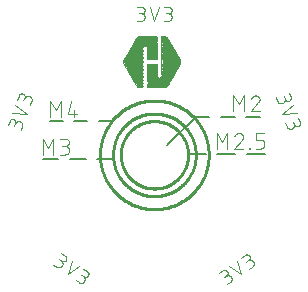
<source format=gbr>
G04 EAGLE Gerber RS-274X export*
G75*
%MOMM*%
%FSLAX34Y34*%
%LPD*%
%INSilkscreen Top*%
%IPPOS*%
%AMOC8*
5,1,8,0,0,1.08239X$1,22.5*%
G01*
%ADD10C,0.101600*%
%ADD11C,0.254000*%
%ADD12C,0.203200*%
%ADD13R,0.302256X0.017781*%
%ADD14R,1.529081X0.017781*%
%ADD15R,0.017775X0.017781*%
%ADD16R,0.017781X0.017781*%
%ADD17R,0.355600X0.017781*%
%ADD18R,1.582419X0.017781*%
%ADD19R,0.017775X0.017775*%
%ADD20R,0.017781X0.017775*%
%ADD21R,0.391156X0.017775*%
%ADD22R,1.635756X0.017775*%
%ADD23R,0.426719X0.017781*%
%ADD24R,1.653538X0.017781*%
%ADD25R,0.444500X0.017775*%
%ADD26R,1.689100X0.017775*%
%ADD27R,0.462275X0.017781*%
%ADD28R,1.706875X0.017781*%
%ADD29R,0.480056X0.017781*%
%ADD30R,1.724656X0.017781*%
%ADD31R,0.497838X0.017775*%
%ADD32R,1.724656X0.017775*%
%ADD33R,0.497838X0.017781*%
%ADD34R,1.742438X0.017781*%
%ADD35R,0.515619X0.017775*%
%ADD36R,1.760219X0.017775*%
%ADD37R,0.533400X0.017781*%
%ADD38R,1.760219X0.017781*%
%ADD39R,1.778000X0.017781*%
%ADD40R,0.551175X0.017775*%
%ADD41R,1.778000X0.017775*%
%ADD42R,0.551175X0.017781*%
%ADD43R,1.795775X0.017781*%
%ADD44R,0.568956X0.017775*%
%ADD45R,1.813556X0.017775*%
%ADD46R,0.586738X0.017781*%
%ADD47R,1.813556X0.017781*%
%ADD48R,1.831338X0.017781*%
%ADD49R,0.604519X0.017775*%
%ADD50R,1.831338X0.017775*%
%ADD51R,0.604519X0.017781*%
%ADD52R,1.849119X0.017781*%
%ADD53R,0.622300X0.017775*%
%ADD54R,1.849119X0.017775*%
%ADD55R,0.622300X0.017781*%
%ADD56R,1.866900X0.017781*%
%ADD57R,0.640075X0.017781*%
%ADD58R,1.884675X0.017781*%
%ADD59R,0.657856X0.017775*%
%ADD60R,1.884675X0.017775*%
%ADD61R,0.657856X0.017781*%
%ADD62R,1.902456X0.017781*%
%ADD63R,0.675638X0.017775*%
%ADD64R,1.902456X0.017775*%
%ADD65R,0.675638X0.017781*%
%ADD66R,1.920238X0.017781*%
%ADD67R,0.693419X0.017781*%
%ADD68R,1.938019X0.017781*%
%ADD69R,0.693419X0.017775*%
%ADD70R,1.938019X0.017775*%
%ADD71R,0.711200X0.017781*%
%ADD72R,1.955800X0.017781*%
%ADD73R,0.728975X0.017775*%
%ADD74R,1.955800X0.017775*%
%ADD75R,0.728975X0.017781*%
%ADD76R,1.973575X0.017781*%
%ADD77R,0.746756X0.017781*%
%ADD78R,0.746756X0.017775*%
%ADD79R,1.991356X0.017775*%
%ADD80R,0.764538X0.017781*%
%ADD81R,2.009138X0.017781*%
%ADD82R,0.764538X0.017775*%
%ADD83R,2.009138X0.017775*%
%ADD84R,0.782319X0.017781*%
%ADD85R,2.026919X0.017781*%
%ADD86R,0.800100X0.017781*%
%ADD87R,0.800100X0.017775*%
%ADD88R,2.044700X0.017775*%
%ADD89R,0.817875X0.017781*%
%ADD90R,0.817875X0.017775*%
%ADD91R,0.835656X0.017781*%
%ADD92R,2.044700X0.017781*%
%ADD93R,0.853438X0.017781*%
%ADD94R,2.062481X0.017781*%
%ADD95R,0.853438X0.017775*%
%ADD96R,2.080256X0.017775*%
%ADD97R,0.871219X0.017781*%
%ADD98R,2.080256X0.017781*%
%ADD99R,0.871219X0.017775*%
%ADD100R,2.098038X0.017775*%
%ADD101R,0.035556X0.017781*%
%ADD102R,0.889000X0.017781*%
%ADD103R,0.942338X0.017781*%
%ADD104R,1.013456X0.017781*%
%ADD105R,0.906781X0.017781*%
%ADD106R,0.995681X0.017781*%
%ADD107R,0.906775X0.017775*%
%ADD108R,0.889000X0.017775*%
%ADD109R,0.977900X0.017775*%
%ADD110R,0.924556X0.017781*%
%ADD111R,0.960119X0.017781*%
%ADD112R,0.924556X0.017775*%
%ADD113R,0.977900X0.017781*%
%ADD114R,0.960119X0.017775*%
%ADD115R,0.835656X0.017775*%
%ADD116R,0.817881X0.017781*%
%ADD117R,0.817881X0.017775*%
%ADD118R,0.995675X0.017781*%
%ADD119R,1.013456X0.017775*%
%ADD120R,1.031238X0.017781*%
%ADD121R,1.031238X0.017775*%
%ADD122R,1.049019X0.017781*%
%ADD123R,1.066800X0.017775*%
%ADD124R,1.066800X0.017781*%
%ADD125R,1.084575X0.017775*%
%ADD126R,1.084575X0.017781*%
%ADD127R,1.102356X0.017781*%
%ADD128R,1.102356X0.017775*%
%ADD129R,1.120138X0.017781*%
%ADD130R,1.137919X0.017775*%
%ADD131R,1.120138X0.017775*%
%ADD132R,1.137919X0.017781*%
%ADD133R,1.155700X0.017781*%
%ADD134R,1.155700X0.017775*%
%ADD135R,1.173475X0.017781*%
%ADD136R,1.173475X0.017775*%
%ADD137R,1.191256X0.017781*%
%ADD138R,1.209037X0.017781*%
%ADD139R,1.209037X0.017775*%
%ADD140R,1.226819X0.017781*%
%ADD141R,1.226819X0.017775*%
%ADD142R,1.244600X0.017781*%
%ADD143R,1.262375X0.017775*%
%ADD144R,1.244600X0.017775*%
%ADD145R,1.280156X0.017781*%
%ADD146R,1.262375X0.017781*%
%ADD147R,1.280156X0.017775*%
%ADD148R,1.297937X0.017781*%
%ADD149R,1.315719X0.017775*%
%ADD150R,1.297937X0.017775*%
%ADD151R,1.333500X0.017781*%
%ADD152R,1.315719X0.017781*%
%ADD153R,1.333500X0.017775*%
%ADD154R,1.351275X0.017781*%
%ADD155R,1.369056X0.017775*%
%ADD156R,1.351275X0.017775*%
%ADD157R,1.369056X0.017781*%
%ADD158R,1.386838X0.017775*%
%ADD159R,1.404619X0.017781*%
%ADD160R,1.386838X0.017781*%
%ADD161R,1.422400X0.017775*%
%ADD162R,1.404619X0.017775*%
%ADD163R,1.422400X0.017781*%
%ADD164R,1.440175X0.017775*%
%ADD165R,1.440175X0.017781*%
%ADD166R,1.457956X0.017781*%
%ADD167R,1.475738X0.017775*%
%ADD168R,1.457956X0.017775*%
%ADD169R,1.475738X0.017781*%
%ADD170R,1.493519X0.017775*%
%ADD171R,1.493519X0.017781*%
%ADD172R,1.511300X0.017781*%
%ADD173R,1.511300X0.017775*%
%ADD174R,1.529075X0.017781*%
%ADD175R,1.546856X0.017775*%
%ADD176R,0.782319X0.017775*%
%ADD177R,1.529075X0.017775*%
%ADD178R,1.546856X0.017781*%
%ADD179R,1.564638X0.017781*%
%ADD180R,1.564638X0.017775*%
%ADD181R,1.582419X0.017775*%
%ADD182R,1.600200X0.017781*%
%ADD183R,1.600200X0.017775*%
%ADD184R,1.617975X0.017781*%
%ADD185R,1.617975X0.017775*%
%ADD186R,1.049019X0.017775*%
%ADD187R,0.995675X0.017775*%
%ADD188R,0.942338X0.017775*%
%ADD189R,0.906775X0.017781*%
%ADD190R,0.053338X0.017775*%
%ADD191R,2.098038X0.017781*%
%ADD192R,2.026919X0.017775*%
%ADD193R,1.991356X0.017781*%
%ADD194R,1.973581X0.017775*%
%ADD195R,1.973581X0.017781*%
%ADD196R,0.711200X0.017775*%
%ADD197R,1.920238X0.017775*%
%ADD198R,1.884681X0.017781*%
%ADD199R,1.866900X0.017775*%
%ADD200R,0.640075X0.017775*%
%ADD201R,0.586738X0.017775*%
%ADD202R,1.795781X0.017781*%
%ADD203R,0.568956X0.017781*%
%ADD204R,1.795781X0.017775*%
%ADD205R,0.533400X0.017775*%
%ADD206R,0.035563X0.017781*%
%ADD207R,0.071119X0.017781*%
%ADD208R,1.671319X0.017781*%
%ADD209R,0.515619X0.017781*%
%ADD210R,0.124456X0.017775*%
%ADD211R,1.617981X0.017775*%
%ADD212R,0.142238X0.017781*%
%ADD213R,0.177800X0.017775*%
%ADD214R,1.529081X0.017775*%
%ADD215R,0.480056X0.017775*%
%ADD216R,0.213356X0.017781*%
%ADD217R,0.444500X0.017781*%
%ADD218R,0.248919X0.017781*%
%ADD219R,0.088900X0.017781*%
%ADD220R,1.440181X0.017781*%
%ADD221R,0.373375X0.017781*%
%ADD222R,0.284481X0.017775*%
%ADD223R,0.320038X0.017775*%
%ADD224R,0.177800X0.017781*%
%ADD225R,1.351281X0.017781*%
%ADD226R,0.231138X0.017781*%
%ADD227R,0.213356X0.017775*%
%ADD228R,0.320038X0.017781*%
%ADD229R,0.266700X0.017781*%
%ADD230R,1.262381X0.017781*%
%ADD231R,0.284481X0.017781*%
%ADD232R,0.053338X0.017781*%


D10*
X331524Y459658D02*
X334770Y459658D01*
X334883Y459660D01*
X334996Y459666D01*
X335109Y459676D01*
X335222Y459690D01*
X335334Y459707D01*
X335445Y459729D01*
X335555Y459754D01*
X335665Y459784D01*
X335773Y459817D01*
X335880Y459854D01*
X335986Y459894D01*
X336090Y459939D01*
X336193Y459987D01*
X336294Y460038D01*
X336393Y460093D01*
X336490Y460151D01*
X336585Y460213D01*
X336678Y460278D01*
X336768Y460346D01*
X336856Y460417D01*
X336942Y460492D01*
X337025Y460569D01*
X337105Y460649D01*
X337182Y460732D01*
X337257Y460818D01*
X337328Y460906D01*
X337396Y460996D01*
X337461Y461089D01*
X337523Y461184D01*
X337581Y461281D01*
X337636Y461380D01*
X337687Y461481D01*
X337735Y461584D01*
X337780Y461688D01*
X337820Y461794D01*
X337857Y461901D01*
X337890Y462009D01*
X337920Y462119D01*
X337945Y462229D01*
X337967Y462340D01*
X337984Y462452D01*
X337998Y462565D01*
X338008Y462678D01*
X338014Y462791D01*
X338016Y462904D01*
X338014Y463017D01*
X338008Y463130D01*
X337998Y463243D01*
X337984Y463356D01*
X337967Y463468D01*
X337945Y463579D01*
X337920Y463689D01*
X337890Y463799D01*
X337857Y463907D01*
X337820Y464014D01*
X337780Y464120D01*
X337735Y464224D01*
X337687Y464327D01*
X337636Y464428D01*
X337581Y464527D01*
X337523Y464624D01*
X337461Y464719D01*
X337396Y464812D01*
X337328Y464902D01*
X337257Y464990D01*
X337182Y465076D01*
X337105Y465159D01*
X337025Y465239D01*
X336942Y465316D01*
X336856Y465391D01*
X336768Y465462D01*
X336678Y465530D01*
X336585Y465595D01*
X336490Y465657D01*
X336393Y465715D01*
X336294Y465770D01*
X336193Y465821D01*
X336090Y465869D01*
X335986Y465914D01*
X335880Y465954D01*
X335773Y465991D01*
X335665Y466024D01*
X335555Y466054D01*
X335445Y466079D01*
X335334Y466101D01*
X335222Y466118D01*
X335109Y466132D01*
X334996Y466142D01*
X334883Y466148D01*
X334770Y466150D01*
X335419Y471342D02*
X331524Y471342D01*
X335419Y471342D02*
X335520Y471340D01*
X335620Y471334D01*
X335720Y471324D01*
X335820Y471311D01*
X335919Y471293D01*
X336018Y471272D01*
X336115Y471247D01*
X336212Y471218D01*
X336307Y471185D01*
X336401Y471149D01*
X336493Y471109D01*
X336584Y471066D01*
X336673Y471019D01*
X336760Y470969D01*
X336846Y470915D01*
X336929Y470858D01*
X337009Y470798D01*
X337088Y470735D01*
X337164Y470668D01*
X337237Y470599D01*
X337307Y470527D01*
X337375Y470453D01*
X337440Y470376D01*
X337501Y470296D01*
X337560Y470214D01*
X337615Y470130D01*
X337667Y470044D01*
X337716Y469956D01*
X337761Y469866D01*
X337803Y469774D01*
X337841Y469681D01*
X337875Y469586D01*
X337906Y469491D01*
X337933Y469394D01*
X337956Y469296D01*
X337976Y469197D01*
X337991Y469097D01*
X338003Y468997D01*
X338011Y468897D01*
X338015Y468796D01*
X338015Y468696D01*
X338011Y468595D01*
X338003Y468495D01*
X337991Y468395D01*
X337976Y468295D01*
X337956Y468196D01*
X337933Y468098D01*
X337906Y468001D01*
X337875Y467906D01*
X337841Y467811D01*
X337803Y467718D01*
X337761Y467626D01*
X337716Y467536D01*
X337667Y467448D01*
X337615Y467362D01*
X337560Y467278D01*
X337501Y467196D01*
X337440Y467116D01*
X337375Y467039D01*
X337307Y466965D01*
X337237Y466893D01*
X337164Y466824D01*
X337088Y466757D01*
X337009Y466694D01*
X336929Y466634D01*
X336846Y466577D01*
X336760Y466523D01*
X336673Y466473D01*
X336584Y466426D01*
X336493Y466383D01*
X336401Y466343D01*
X336307Y466307D01*
X336212Y466274D01*
X336115Y466245D01*
X336018Y466220D01*
X335919Y466199D01*
X335820Y466181D01*
X335720Y466168D01*
X335620Y466158D01*
X335520Y466152D01*
X335419Y466150D01*
X335419Y466149D02*
X332823Y466149D01*
X342305Y471342D02*
X346200Y459658D01*
X350095Y471342D01*
X354384Y459658D02*
X357630Y459658D01*
X357743Y459660D01*
X357856Y459666D01*
X357969Y459676D01*
X358082Y459690D01*
X358194Y459707D01*
X358305Y459729D01*
X358415Y459754D01*
X358525Y459784D01*
X358633Y459817D01*
X358740Y459854D01*
X358846Y459894D01*
X358950Y459939D01*
X359053Y459987D01*
X359154Y460038D01*
X359253Y460093D01*
X359350Y460151D01*
X359445Y460213D01*
X359538Y460278D01*
X359628Y460346D01*
X359716Y460417D01*
X359802Y460492D01*
X359885Y460569D01*
X359965Y460649D01*
X360042Y460732D01*
X360117Y460818D01*
X360188Y460906D01*
X360256Y460996D01*
X360321Y461089D01*
X360383Y461184D01*
X360441Y461281D01*
X360496Y461380D01*
X360547Y461481D01*
X360595Y461584D01*
X360640Y461688D01*
X360680Y461794D01*
X360717Y461901D01*
X360750Y462009D01*
X360780Y462119D01*
X360805Y462229D01*
X360827Y462340D01*
X360844Y462452D01*
X360858Y462565D01*
X360868Y462678D01*
X360874Y462791D01*
X360876Y462904D01*
X360874Y463017D01*
X360868Y463130D01*
X360858Y463243D01*
X360844Y463356D01*
X360827Y463468D01*
X360805Y463579D01*
X360780Y463689D01*
X360750Y463799D01*
X360717Y463907D01*
X360680Y464014D01*
X360640Y464120D01*
X360595Y464224D01*
X360547Y464327D01*
X360496Y464428D01*
X360441Y464527D01*
X360383Y464624D01*
X360321Y464719D01*
X360256Y464812D01*
X360188Y464902D01*
X360117Y464990D01*
X360042Y465076D01*
X359965Y465159D01*
X359885Y465239D01*
X359802Y465316D01*
X359716Y465391D01*
X359628Y465462D01*
X359538Y465530D01*
X359445Y465595D01*
X359350Y465657D01*
X359253Y465715D01*
X359154Y465770D01*
X359053Y465821D01*
X358950Y465869D01*
X358846Y465914D01*
X358740Y465954D01*
X358633Y465991D01*
X358525Y466024D01*
X358415Y466054D01*
X358305Y466079D01*
X358194Y466101D01*
X358082Y466118D01*
X357969Y466132D01*
X357856Y466142D01*
X357743Y466148D01*
X357630Y466150D01*
X358279Y471342D02*
X354384Y471342D01*
X358279Y471342D02*
X358380Y471340D01*
X358480Y471334D01*
X358580Y471324D01*
X358680Y471311D01*
X358779Y471293D01*
X358878Y471272D01*
X358975Y471247D01*
X359072Y471218D01*
X359167Y471185D01*
X359261Y471149D01*
X359353Y471109D01*
X359444Y471066D01*
X359533Y471019D01*
X359620Y470969D01*
X359706Y470915D01*
X359789Y470858D01*
X359869Y470798D01*
X359948Y470735D01*
X360024Y470668D01*
X360097Y470599D01*
X360167Y470527D01*
X360235Y470453D01*
X360300Y470376D01*
X360361Y470296D01*
X360420Y470214D01*
X360475Y470130D01*
X360527Y470044D01*
X360576Y469956D01*
X360621Y469866D01*
X360663Y469774D01*
X360701Y469681D01*
X360735Y469586D01*
X360766Y469491D01*
X360793Y469394D01*
X360816Y469296D01*
X360836Y469197D01*
X360851Y469097D01*
X360863Y468997D01*
X360871Y468897D01*
X360875Y468796D01*
X360875Y468696D01*
X360871Y468595D01*
X360863Y468495D01*
X360851Y468395D01*
X360836Y468295D01*
X360816Y468196D01*
X360793Y468098D01*
X360766Y468001D01*
X360735Y467906D01*
X360701Y467811D01*
X360663Y467718D01*
X360621Y467626D01*
X360576Y467536D01*
X360527Y467448D01*
X360475Y467362D01*
X360420Y467278D01*
X360361Y467196D01*
X360300Y467116D01*
X360235Y467039D01*
X360167Y466965D01*
X360097Y466893D01*
X360024Y466824D01*
X359948Y466757D01*
X359869Y466694D01*
X359789Y466634D01*
X359706Y466577D01*
X359620Y466523D01*
X359533Y466473D01*
X359444Y466426D01*
X359353Y466383D01*
X359261Y466343D01*
X359167Y466307D01*
X359072Y466274D01*
X358975Y466245D01*
X358878Y466220D01*
X358779Y466199D01*
X358680Y466181D01*
X358580Y466168D01*
X358480Y466158D01*
X358380Y466152D01*
X358279Y466150D01*
X358279Y466149D02*
X355683Y466149D01*
X449191Y394892D02*
X450301Y391843D01*
X450341Y391737D01*
X450386Y391633D01*
X450434Y391530D01*
X450485Y391429D01*
X450540Y391330D01*
X450598Y391233D01*
X450660Y391138D01*
X450725Y391045D01*
X450793Y390955D01*
X450864Y390867D01*
X450939Y390781D01*
X451016Y390698D01*
X451096Y390618D01*
X451179Y390541D01*
X451265Y390466D01*
X451353Y390395D01*
X451443Y390327D01*
X451536Y390262D01*
X451631Y390200D01*
X451728Y390142D01*
X451827Y390087D01*
X451928Y390036D01*
X452031Y389988D01*
X452135Y389943D01*
X452241Y389903D01*
X452348Y389866D01*
X452456Y389833D01*
X452566Y389803D01*
X452676Y389778D01*
X452787Y389756D01*
X452899Y389739D01*
X453012Y389725D01*
X453125Y389715D01*
X453238Y389709D01*
X453351Y389707D01*
X453464Y389709D01*
X453577Y389715D01*
X453690Y389725D01*
X453803Y389739D01*
X453915Y389756D01*
X454026Y389778D01*
X454136Y389803D01*
X454246Y389833D01*
X454354Y389866D01*
X454461Y389903D01*
X454567Y389943D01*
X454671Y389988D01*
X454774Y390036D01*
X454875Y390087D01*
X454974Y390142D01*
X455071Y390200D01*
X455166Y390262D01*
X455259Y390327D01*
X455349Y390395D01*
X455437Y390466D01*
X455523Y390541D01*
X455606Y390618D01*
X455686Y390698D01*
X455763Y390781D01*
X455838Y390867D01*
X455909Y390955D01*
X455977Y391045D01*
X456042Y391138D01*
X456104Y391233D01*
X456162Y391330D01*
X456217Y391429D01*
X456268Y391530D01*
X456316Y391633D01*
X456361Y391737D01*
X456401Y391843D01*
X456438Y391950D01*
X456471Y392058D01*
X456501Y392168D01*
X456526Y392278D01*
X456548Y392389D01*
X456565Y392501D01*
X456579Y392614D01*
X456589Y392727D01*
X456595Y392840D01*
X456597Y392953D01*
X456595Y393066D01*
X456589Y393179D01*
X456579Y393292D01*
X456565Y393405D01*
X456548Y393517D01*
X456526Y393628D01*
X456501Y393738D01*
X456471Y393848D01*
X456438Y393956D01*
X456401Y394063D01*
X461502Y395229D02*
X460170Y398889D01*
X461501Y395229D02*
X461534Y395134D01*
X461563Y395037D01*
X461588Y394940D01*
X461609Y394841D01*
X461627Y394742D01*
X461640Y394642D01*
X461650Y394542D01*
X461656Y394442D01*
X461658Y394341D01*
X461656Y394240D01*
X461650Y394140D01*
X461640Y394040D01*
X461627Y393940D01*
X461609Y393841D01*
X461588Y393742D01*
X461563Y393645D01*
X461534Y393548D01*
X461501Y393453D01*
X461465Y393359D01*
X461425Y393267D01*
X461382Y393176D01*
X461335Y393087D01*
X461285Y393000D01*
X461231Y392914D01*
X461174Y392831D01*
X461114Y392751D01*
X461051Y392672D01*
X460984Y392596D01*
X460915Y392523D01*
X460843Y392453D01*
X460769Y392385D01*
X460692Y392320D01*
X460612Y392259D01*
X460530Y392200D01*
X460446Y392145D01*
X460360Y392093D01*
X460272Y392044D01*
X460182Y391999D01*
X460090Y391957D01*
X459997Y391919D01*
X459902Y391885D01*
X459807Y391854D01*
X459710Y391827D01*
X459612Y391804D01*
X459513Y391784D01*
X459413Y391769D01*
X459313Y391757D01*
X459213Y391749D01*
X459112Y391745D01*
X459012Y391745D01*
X458911Y391749D01*
X458811Y391757D01*
X458711Y391769D01*
X458611Y391784D01*
X458512Y391804D01*
X458414Y391827D01*
X458317Y391854D01*
X458222Y391885D01*
X458127Y391919D01*
X458034Y391957D01*
X457942Y391999D01*
X457852Y392044D01*
X457764Y392093D01*
X457678Y392145D01*
X457594Y392200D01*
X457512Y392259D01*
X457432Y392320D01*
X457355Y392385D01*
X457281Y392453D01*
X457209Y392523D01*
X457140Y392596D01*
X457073Y392672D01*
X457010Y392751D01*
X456950Y392831D01*
X456893Y392914D01*
X456839Y393000D01*
X456789Y393087D01*
X456742Y393176D01*
X456699Y393267D01*
X456659Y393359D01*
X456623Y393453D01*
X455735Y395893D01*
X463858Y388758D02*
X454210Y381102D01*
X466522Y381438D01*
X457009Y373411D02*
X458120Y370361D01*
X458119Y370361D02*
X458159Y370255D01*
X458204Y370151D01*
X458252Y370048D01*
X458303Y369947D01*
X458358Y369848D01*
X458416Y369751D01*
X458478Y369656D01*
X458543Y369563D01*
X458611Y369473D01*
X458682Y369385D01*
X458757Y369299D01*
X458834Y369216D01*
X458914Y369136D01*
X458997Y369059D01*
X459083Y368984D01*
X459171Y368913D01*
X459261Y368845D01*
X459354Y368780D01*
X459449Y368718D01*
X459546Y368660D01*
X459645Y368605D01*
X459746Y368554D01*
X459849Y368506D01*
X459953Y368461D01*
X460059Y368421D01*
X460166Y368384D01*
X460274Y368351D01*
X460384Y368321D01*
X460494Y368296D01*
X460605Y368274D01*
X460717Y368257D01*
X460830Y368243D01*
X460943Y368233D01*
X461056Y368227D01*
X461169Y368225D01*
X461282Y368227D01*
X461395Y368233D01*
X461508Y368243D01*
X461621Y368257D01*
X461733Y368274D01*
X461844Y368296D01*
X461954Y368321D01*
X462064Y368351D01*
X462172Y368384D01*
X462279Y368421D01*
X462385Y368461D01*
X462489Y368506D01*
X462592Y368554D01*
X462693Y368605D01*
X462792Y368660D01*
X462889Y368718D01*
X462984Y368780D01*
X463077Y368845D01*
X463167Y368913D01*
X463255Y368984D01*
X463341Y369059D01*
X463424Y369136D01*
X463504Y369216D01*
X463581Y369299D01*
X463656Y369385D01*
X463727Y369473D01*
X463795Y369563D01*
X463860Y369656D01*
X463922Y369751D01*
X463980Y369848D01*
X464035Y369947D01*
X464086Y370048D01*
X464134Y370151D01*
X464179Y370255D01*
X464219Y370361D01*
X464256Y370468D01*
X464289Y370576D01*
X464319Y370686D01*
X464344Y370796D01*
X464366Y370907D01*
X464383Y371019D01*
X464397Y371132D01*
X464407Y371245D01*
X464413Y371358D01*
X464415Y371471D01*
X464413Y371584D01*
X464407Y371697D01*
X464397Y371810D01*
X464383Y371923D01*
X464366Y372035D01*
X464344Y372146D01*
X464319Y372256D01*
X464289Y372366D01*
X464256Y372474D01*
X464219Y372581D01*
X469321Y373747D02*
X467989Y377407D01*
X469320Y373747D02*
X469353Y373652D01*
X469382Y373555D01*
X469407Y373458D01*
X469428Y373359D01*
X469446Y373260D01*
X469459Y373160D01*
X469469Y373060D01*
X469475Y372960D01*
X469477Y372859D01*
X469475Y372758D01*
X469469Y372658D01*
X469459Y372558D01*
X469446Y372458D01*
X469428Y372359D01*
X469407Y372260D01*
X469382Y372163D01*
X469353Y372066D01*
X469320Y371971D01*
X469284Y371877D01*
X469244Y371785D01*
X469201Y371694D01*
X469154Y371605D01*
X469104Y371518D01*
X469050Y371432D01*
X468993Y371349D01*
X468933Y371269D01*
X468870Y371190D01*
X468803Y371114D01*
X468734Y371041D01*
X468662Y370971D01*
X468588Y370903D01*
X468511Y370838D01*
X468431Y370777D01*
X468349Y370718D01*
X468265Y370663D01*
X468179Y370611D01*
X468091Y370562D01*
X468001Y370517D01*
X467909Y370475D01*
X467816Y370437D01*
X467721Y370403D01*
X467626Y370372D01*
X467529Y370345D01*
X467431Y370322D01*
X467332Y370302D01*
X467232Y370287D01*
X467132Y370275D01*
X467032Y370267D01*
X466931Y370263D01*
X466831Y370263D01*
X466730Y370267D01*
X466630Y370275D01*
X466530Y370287D01*
X466430Y370302D01*
X466331Y370322D01*
X466233Y370345D01*
X466136Y370372D01*
X466041Y370403D01*
X465946Y370437D01*
X465853Y370475D01*
X465761Y370517D01*
X465671Y370562D01*
X465583Y370611D01*
X465497Y370663D01*
X465413Y370718D01*
X465331Y370777D01*
X465251Y370838D01*
X465174Y370903D01*
X465100Y370971D01*
X465028Y371041D01*
X464959Y371114D01*
X464892Y371190D01*
X464829Y371269D01*
X464769Y371349D01*
X464712Y371432D01*
X464658Y371518D01*
X464608Y371605D01*
X464561Y371694D01*
X464518Y371785D01*
X464478Y371877D01*
X464442Y371971D01*
X464441Y371971D02*
X463553Y374411D01*
X410288Y238359D02*
X407629Y236497D01*
X410288Y238358D02*
X410379Y238425D01*
X410469Y238494D01*
X410556Y238567D01*
X410640Y238643D01*
X410721Y238722D01*
X410800Y238803D01*
X410876Y238887D01*
X410949Y238974D01*
X411018Y239064D01*
X411085Y239155D01*
X411148Y239249D01*
X411208Y239345D01*
X411265Y239443D01*
X411318Y239543D01*
X411368Y239645D01*
X411414Y239749D01*
X411456Y239854D01*
X411495Y239960D01*
X411530Y240068D01*
X411561Y240177D01*
X411589Y240287D01*
X411612Y240398D01*
X411632Y240509D01*
X411648Y240621D01*
X411660Y240734D01*
X411668Y240847D01*
X411672Y240960D01*
X411672Y241074D01*
X411668Y241187D01*
X411660Y241300D01*
X411648Y241413D01*
X411632Y241525D01*
X411612Y241636D01*
X411589Y241747D01*
X411561Y241857D01*
X411530Y241966D01*
X411495Y242074D01*
X411456Y242180D01*
X411414Y242285D01*
X411368Y242389D01*
X411318Y242491D01*
X411265Y242591D01*
X411208Y242689D01*
X411148Y242785D01*
X411085Y242879D01*
X411018Y242970D01*
X410949Y243060D01*
X410876Y243147D01*
X410800Y243231D01*
X410721Y243312D01*
X410640Y243391D01*
X410556Y243467D01*
X410469Y243540D01*
X410380Y243609D01*
X410288Y243676D01*
X410194Y243739D01*
X410098Y243799D01*
X410000Y243856D01*
X409900Y243909D01*
X409798Y243959D01*
X409694Y244005D01*
X409589Y244047D01*
X409483Y244086D01*
X409375Y244121D01*
X409266Y244152D01*
X409156Y244180D01*
X409045Y244203D01*
X408934Y244223D01*
X408822Y244239D01*
X408709Y244251D01*
X408596Y244259D01*
X408483Y244263D01*
X408369Y244263D01*
X408256Y244259D01*
X408143Y244251D01*
X408030Y244239D01*
X407918Y244223D01*
X407807Y244203D01*
X407696Y244180D01*
X407586Y244152D01*
X407477Y244121D01*
X407369Y244086D01*
X407263Y244047D01*
X407158Y244005D01*
X407054Y243959D01*
X406952Y243909D01*
X406852Y243856D01*
X406754Y243799D01*
X406658Y243739D01*
X406564Y243676D01*
X404118Y248302D02*
X400928Y246068D01*
X404118Y248302D02*
X404202Y248358D01*
X404287Y248411D01*
X404375Y248460D01*
X404464Y248506D01*
X404556Y248549D01*
X404649Y248588D01*
X404743Y248623D01*
X404838Y248655D01*
X404935Y248683D01*
X405033Y248707D01*
X405131Y248727D01*
X405231Y248744D01*
X405331Y248756D01*
X405431Y248765D01*
X405532Y248770D01*
X405632Y248771D01*
X405733Y248768D01*
X405833Y248761D01*
X405933Y248750D01*
X406033Y248736D01*
X406132Y248717D01*
X406230Y248695D01*
X406327Y248669D01*
X406424Y248639D01*
X406519Y248606D01*
X406612Y248569D01*
X406704Y248528D01*
X406795Y248483D01*
X406883Y248436D01*
X406970Y248384D01*
X407054Y248330D01*
X407137Y248272D01*
X407217Y248211D01*
X407295Y248147D01*
X407370Y248080D01*
X407443Y248011D01*
X407512Y247938D01*
X407579Y247863D01*
X407643Y247785D01*
X407704Y247705D01*
X407762Y247622D01*
X407816Y247538D01*
X407868Y247451D01*
X407915Y247363D01*
X407960Y247272D01*
X408001Y247180D01*
X408038Y247086D01*
X408071Y246992D01*
X408101Y246895D01*
X408127Y246798D01*
X408149Y246700D01*
X408168Y246601D01*
X408182Y246501D01*
X408193Y246401D01*
X408200Y246301D01*
X408203Y246200D01*
X408202Y246100D01*
X408197Y245999D01*
X408188Y245899D01*
X408176Y245799D01*
X408159Y245699D01*
X408139Y245601D01*
X408115Y245503D01*
X408087Y245406D01*
X408055Y245311D01*
X408020Y245217D01*
X407981Y245124D01*
X407938Y245032D01*
X407892Y244943D01*
X407843Y244855D01*
X407790Y244770D01*
X407734Y244686D01*
X407674Y244605D01*
X407612Y244526D01*
X407546Y244449D01*
X407478Y244375D01*
X407407Y244304D01*
X407333Y244236D01*
X407256Y244170D01*
X407177Y244108D01*
X407096Y244048D01*
X404970Y242559D01*
X409759Y252252D02*
X419651Y244914D01*
X416139Y256719D01*
X426355Y249609D02*
X429014Y251470D01*
X429105Y251537D01*
X429195Y251606D01*
X429282Y251679D01*
X429366Y251755D01*
X429447Y251834D01*
X429526Y251915D01*
X429602Y251999D01*
X429675Y252086D01*
X429744Y252176D01*
X429811Y252267D01*
X429874Y252361D01*
X429934Y252457D01*
X429991Y252555D01*
X430044Y252655D01*
X430094Y252757D01*
X430140Y252861D01*
X430182Y252966D01*
X430221Y253072D01*
X430256Y253180D01*
X430287Y253289D01*
X430315Y253399D01*
X430338Y253510D01*
X430358Y253621D01*
X430374Y253733D01*
X430386Y253846D01*
X430394Y253959D01*
X430398Y254072D01*
X430398Y254186D01*
X430394Y254299D01*
X430386Y254412D01*
X430374Y254525D01*
X430358Y254637D01*
X430338Y254748D01*
X430315Y254859D01*
X430287Y254969D01*
X430256Y255078D01*
X430221Y255186D01*
X430182Y255292D01*
X430140Y255397D01*
X430094Y255501D01*
X430044Y255603D01*
X429991Y255703D01*
X429934Y255801D01*
X429874Y255897D01*
X429811Y255991D01*
X429744Y256082D01*
X429675Y256172D01*
X429602Y256259D01*
X429526Y256343D01*
X429447Y256424D01*
X429366Y256503D01*
X429282Y256579D01*
X429195Y256652D01*
X429106Y256721D01*
X429014Y256788D01*
X428920Y256851D01*
X428824Y256911D01*
X428726Y256968D01*
X428626Y257021D01*
X428524Y257071D01*
X428420Y257117D01*
X428315Y257159D01*
X428209Y257198D01*
X428101Y257233D01*
X427992Y257264D01*
X427882Y257292D01*
X427771Y257315D01*
X427660Y257335D01*
X427548Y257351D01*
X427435Y257363D01*
X427322Y257371D01*
X427209Y257375D01*
X427095Y257375D01*
X426982Y257371D01*
X426869Y257363D01*
X426756Y257351D01*
X426644Y257335D01*
X426533Y257315D01*
X426422Y257292D01*
X426312Y257264D01*
X426203Y257233D01*
X426095Y257198D01*
X425989Y257159D01*
X425884Y257117D01*
X425780Y257071D01*
X425678Y257021D01*
X425578Y256968D01*
X425480Y256911D01*
X425384Y256851D01*
X425290Y256788D01*
X422844Y261414D02*
X419653Y259180D01*
X422844Y261414D02*
X422928Y261470D01*
X423013Y261523D01*
X423101Y261572D01*
X423190Y261618D01*
X423282Y261661D01*
X423375Y261700D01*
X423469Y261735D01*
X423564Y261767D01*
X423661Y261795D01*
X423759Y261819D01*
X423857Y261839D01*
X423957Y261856D01*
X424057Y261868D01*
X424157Y261877D01*
X424258Y261882D01*
X424358Y261883D01*
X424459Y261880D01*
X424559Y261873D01*
X424659Y261862D01*
X424759Y261848D01*
X424858Y261829D01*
X424956Y261807D01*
X425053Y261781D01*
X425150Y261751D01*
X425245Y261718D01*
X425338Y261681D01*
X425430Y261640D01*
X425521Y261595D01*
X425609Y261548D01*
X425696Y261496D01*
X425780Y261442D01*
X425863Y261384D01*
X425943Y261323D01*
X426021Y261259D01*
X426096Y261192D01*
X426169Y261123D01*
X426238Y261050D01*
X426305Y260975D01*
X426369Y260897D01*
X426430Y260817D01*
X426488Y260734D01*
X426542Y260650D01*
X426594Y260563D01*
X426641Y260475D01*
X426686Y260384D01*
X426727Y260292D01*
X426764Y260198D01*
X426797Y260104D01*
X426827Y260007D01*
X426853Y259910D01*
X426875Y259812D01*
X426894Y259713D01*
X426908Y259613D01*
X426919Y259513D01*
X426926Y259413D01*
X426929Y259312D01*
X426928Y259212D01*
X426923Y259111D01*
X426914Y259011D01*
X426902Y258911D01*
X426885Y258811D01*
X426865Y258713D01*
X426841Y258615D01*
X426813Y258518D01*
X426781Y258423D01*
X426746Y258329D01*
X426707Y258236D01*
X426664Y258144D01*
X426618Y258055D01*
X426569Y257967D01*
X426516Y257882D01*
X426460Y257798D01*
X426400Y257717D01*
X426338Y257638D01*
X426272Y257561D01*
X426204Y257487D01*
X426133Y257416D01*
X426059Y257348D01*
X425982Y257282D01*
X425903Y257220D01*
X425822Y257160D01*
X423695Y255671D01*
X263386Y251470D02*
X260728Y253332D01*
X263386Y251470D02*
X263480Y251407D01*
X263576Y251347D01*
X263674Y251290D01*
X263774Y251237D01*
X263876Y251187D01*
X263980Y251141D01*
X264085Y251099D01*
X264191Y251060D01*
X264299Y251025D01*
X264408Y250994D01*
X264518Y250966D01*
X264629Y250943D01*
X264740Y250923D01*
X264852Y250907D01*
X264965Y250895D01*
X265078Y250887D01*
X265191Y250883D01*
X265305Y250883D01*
X265418Y250887D01*
X265531Y250895D01*
X265644Y250907D01*
X265756Y250923D01*
X265867Y250943D01*
X265978Y250966D01*
X266088Y250994D01*
X266197Y251025D01*
X266305Y251060D01*
X266411Y251099D01*
X266516Y251141D01*
X266620Y251187D01*
X266722Y251237D01*
X266822Y251290D01*
X266920Y251347D01*
X267016Y251407D01*
X267110Y251470D01*
X267201Y251537D01*
X267291Y251606D01*
X267378Y251679D01*
X267462Y251755D01*
X267543Y251834D01*
X267622Y251915D01*
X267698Y251999D01*
X267771Y252086D01*
X267840Y252176D01*
X267907Y252267D01*
X267970Y252361D01*
X268030Y252457D01*
X268087Y252555D01*
X268140Y252655D01*
X268190Y252757D01*
X268236Y252861D01*
X268278Y252966D01*
X268317Y253072D01*
X268352Y253180D01*
X268383Y253289D01*
X268411Y253399D01*
X268434Y253510D01*
X268454Y253621D01*
X268470Y253733D01*
X268482Y253846D01*
X268490Y253959D01*
X268494Y254072D01*
X268494Y254186D01*
X268490Y254299D01*
X268482Y254412D01*
X268470Y254525D01*
X268454Y254637D01*
X268434Y254748D01*
X268411Y254859D01*
X268383Y254969D01*
X268352Y255078D01*
X268317Y255186D01*
X268278Y255292D01*
X268236Y255397D01*
X268190Y255501D01*
X268140Y255603D01*
X268087Y255703D01*
X268030Y255801D01*
X267970Y255897D01*
X267907Y255991D01*
X267840Y256082D01*
X267771Y256172D01*
X267698Y256259D01*
X267622Y256343D01*
X267543Y256424D01*
X267462Y256503D01*
X267378Y256579D01*
X267291Y256652D01*
X267202Y256721D01*
X267110Y256788D01*
X270620Y260669D02*
X267429Y262903D01*
X270619Y260669D02*
X270700Y260609D01*
X270779Y260547D01*
X270856Y260481D01*
X270930Y260413D01*
X271001Y260342D01*
X271069Y260268D01*
X271135Y260191D01*
X271197Y260112D01*
X271257Y260031D01*
X271313Y259947D01*
X271366Y259862D01*
X271415Y259774D01*
X271461Y259685D01*
X271504Y259593D01*
X271543Y259500D01*
X271578Y259406D01*
X271610Y259311D01*
X271638Y259214D01*
X271662Y259116D01*
X271682Y259018D01*
X271699Y258918D01*
X271711Y258818D01*
X271720Y258718D01*
X271725Y258618D01*
X271726Y258517D01*
X271723Y258416D01*
X271716Y258316D01*
X271705Y258216D01*
X271691Y258116D01*
X271672Y258017D01*
X271650Y257919D01*
X271624Y257822D01*
X271594Y257725D01*
X271561Y257631D01*
X271524Y257537D01*
X271483Y257445D01*
X271438Y257354D01*
X271391Y257266D01*
X271339Y257179D01*
X271285Y257095D01*
X271227Y257012D01*
X271166Y256932D01*
X271102Y256854D01*
X271035Y256779D01*
X270966Y256706D01*
X270893Y256637D01*
X270818Y256570D01*
X270740Y256506D01*
X270660Y256445D01*
X270577Y256387D01*
X270493Y256333D01*
X270406Y256281D01*
X270318Y256234D01*
X270227Y256189D01*
X270135Y256148D01*
X270041Y256111D01*
X269947Y256078D01*
X269850Y256048D01*
X269753Y256022D01*
X269655Y256000D01*
X269556Y255981D01*
X269456Y255967D01*
X269356Y255956D01*
X269256Y255949D01*
X269155Y255946D01*
X269054Y255947D01*
X268954Y255952D01*
X268854Y255961D01*
X268754Y255973D01*
X268654Y255990D01*
X268556Y256010D01*
X268458Y256034D01*
X268361Y256062D01*
X268266Y256094D01*
X268172Y256129D01*
X268079Y256168D01*
X267987Y256211D01*
X267898Y256257D01*
X267810Y256306D01*
X267725Y256359D01*
X267641Y256415D01*
X265514Y257905D01*
X276260Y256719D02*
X272749Y244914D01*
X282641Y252252D01*
X279453Y240220D02*
X282112Y238358D01*
X282206Y238295D01*
X282302Y238235D01*
X282400Y238178D01*
X282500Y238125D01*
X282602Y238075D01*
X282706Y238029D01*
X282811Y237987D01*
X282917Y237948D01*
X283025Y237913D01*
X283134Y237882D01*
X283244Y237854D01*
X283355Y237831D01*
X283466Y237811D01*
X283578Y237795D01*
X283691Y237783D01*
X283804Y237775D01*
X283917Y237771D01*
X284031Y237771D01*
X284144Y237775D01*
X284257Y237783D01*
X284370Y237795D01*
X284482Y237811D01*
X284593Y237831D01*
X284704Y237854D01*
X284814Y237882D01*
X284923Y237913D01*
X285031Y237948D01*
X285137Y237987D01*
X285242Y238029D01*
X285346Y238075D01*
X285448Y238125D01*
X285548Y238178D01*
X285646Y238235D01*
X285742Y238295D01*
X285836Y238358D01*
X285927Y238425D01*
X286017Y238494D01*
X286104Y238567D01*
X286188Y238643D01*
X286269Y238722D01*
X286348Y238803D01*
X286424Y238887D01*
X286497Y238974D01*
X286566Y239064D01*
X286633Y239155D01*
X286696Y239249D01*
X286756Y239345D01*
X286813Y239443D01*
X286866Y239543D01*
X286916Y239645D01*
X286962Y239749D01*
X287004Y239854D01*
X287043Y239960D01*
X287078Y240068D01*
X287109Y240177D01*
X287137Y240287D01*
X287160Y240398D01*
X287180Y240509D01*
X287196Y240621D01*
X287208Y240734D01*
X287216Y240847D01*
X287220Y240960D01*
X287220Y241074D01*
X287216Y241187D01*
X287208Y241300D01*
X287196Y241413D01*
X287180Y241525D01*
X287160Y241636D01*
X287137Y241747D01*
X287109Y241857D01*
X287078Y241966D01*
X287043Y242074D01*
X287004Y242180D01*
X286962Y242285D01*
X286916Y242389D01*
X286866Y242491D01*
X286813Y242591D01*
X286756Y242689D01*
X286696Y242785D01*
X286633Y242879D01*
X286566Y242970D01*
X286497Y243060D01*
X286424Y243147D01*
X286348Y243231D01*
X286269Y243312D01*
X286188Y243391D01*
X286104Y243467D01*
X286017Y243540D01*
X285928Y243609D01*
X285836Y243676D01*
X289345Y247557D02*
X286155Y249791D01*
X289345Y247557D02*
X289426Y247497D01*
X289505Y247435D01*
X289582Y247369D01*
X289656Y247301D01*
X289727Y247230D01*
X289795Y247156D01*
X289861Y247079D01*
X289923Y247000D01*
X289983Y246919D01*
X290039Y246835D01*
X290092Y246750D01*
X290141Y246662D01*
X290187Y246573D01*
X290230Y246481D01*
X290269Y246388D01*
X290304Y246294D01*
X290336Y246199D01*
X290364Y246102D01*
X290388Y246004D01*
X290408Y245906D01*
X290425Y245806D01*
X290437Y245706D01*
X290446Y245606D01*
X290451Y245506D01*
X290452Y245405D01*
X290449Y245304D01*
X290442Y245204D01*
X290431Y245104D01*
X290417Y245004D01*
X290398Y244905D01*
X290376Y244807D01*
X290350Y244710D01*
X290320Y244613D01*
X290287Y244519D01*
X290250Y244425D01*
X290209Y244333D01*
X290164Y244242D01*
X290117Y244154D01*
X290065Y244067D01*
X290011Y243983D01*
X289953Y243900D01*
X289892Y243820D01*
X289828Y243742D01*
X289761Y243667D01*
X289692Y243594D01*
X289619Y243525D01*
X289544Y243458D01*
X289466Y243394D01*
X289386Y243333D01*
X289303Y243275D01*
X289219Y243221D01*
X289132Y243169D01*
X289044Y243122D01*
X288953Y243077D01*
X288861Y243036D01*
X288767Y242999D01*
X288673Y242966D01*
X288576Y242936D01*
X288479Y242910D01*
X288381Y242888D01*
X288282Y242869D01*
X288182Y242855D01*
X288082Y242844D01*
X287982Y242837D01*
X287881Y242834D01*
X287780Y242835D01*
X287680Y242840D01*
X287580Y242849D01*
X287480Y242861D01*
X287380Y242878D01*
X287282Y242898D01*
X287184Y242922D01*
X287087Y242950D01*
X286992Y242982D01*
X286898Y243017D01*
X286805Y243056D01*
X286713Y243099D01*
X286624Y243145D01*
X286536Y243194D01*
X286451Y243247D01*
X286367Y243303D01*
X284240Y244793D01*
X233170Y367311D02*
X234280Y370361D01*
X234281Y370361D02*
X234318Y370468D01*
X234351Y370576D01*
X234381Y370686D01*
X234406Y370796D01*
X234428Y370907D01*
X234445Y371019D01*
X234459Y371132D01*
X234469Y371245D01*
X234475Y371358D01*
X234477Y371471D01*
X234475Y371584D01*
X234469Y371697D01*
X234459Y371810D01*
X234445Y371923D01*
X234428Y372035D01*
X234406Y372146D01*
X234381Y372256D01*
X234351Y372366D01*
X234318Y372474D01*
X234281Y372581D01*
X234241Y372687D01*
X234196Y372791D01*
X234148Y372894D01*
X234097Y372995D01*
X234042Y373094D01*
X233984Y373191D01*
X233922Y373286D01*
X233857Y373379D01*
X233789Y373469D01*
X233718Y373557D01*
X233643Y373643D01*
X233566Y373726D01*
X233486Y373806D01*
X233403Y373883D01*
X233317Y373958D01*
X233229Y374029D01*
X233139Y374097D01*
X233046Y374162D01*
X232951Y374224D01*
X232854Y374282D01*
X232755Y374337D01*
X232654Y374388D01*
X232551Y374436D01*
X232447Y374481D01*
X232341Y374521D01*
X232234Y374558D01*
X232126Y374591D01*
X232016Y374621D01*
X231906Y374646D01*
X231795Y374668D01*
X231683Y374685D01*
X231570Y374699D01*
X231457Y374709D01*
X231344Y374715D01*
X231231Y374717D01*
X231118Y374715D01*
X231005Y374709D01*
X230892Y374699D01*
X230779Y374685D01*
X230667Y374668D01*
X230556Y374646D01*
X230446Y374621D01*
X230336Y374591D01*
X230228Y374558D01*
X230121Y374521D01*
X230015Y374481D01*
X229911Y374436D01*
X229808Y374388D01*
X229707Y374337D01*
X229608Y374282D01*
X229511Y374224D01*
X229416Y374162D01*
X229323Y374097D01*
X229233Y374029D01*
X229145Y373958D01*
X229059Y373883D01*
X228976Y373806D01*
X228896Y373726D01*
X228819Y373643D01*
X228744Y373557D01*
X228673Y373469D01*
X228605Y373379D01*
X228540Y373286D01*
X228478Y373191D01*
X228420Y373094D01*
X228365Y372995D01*
X228314Y372894D01*
X228266Y372791D01*
X228221Y372687D01*
X228181Y372581D01*
X223523Y374967D02*
X222191Y371308D01*
X223524Y374967D02*
X223560Y375061D01*
X223600Y375153D01*
X223643Y375244D01*
X223690Y375333D01*
X223740Y375420D01*
X223794Y375506D01*
X223851Y375589D01*
X223911Y375669D01*
X223974Y375748D01*
X224041Y375824D01*
X224110Y375897D01*
X224182Y375967D01*
X224256Y376035D01*
X224333Y376100D01*
X224413Y376161D01*
X224495Y376220D01*
X224579Y376275D01*
X224665Y376327D01*
X224753Y376376D01*
X224843Y376421D01*
X224935Y376463D01*
X225028Y376501D01*
X225123Y376535D01*
X225218Y376566D01*
X225315Y376593D01*
X225413Y376616D01*
X225512Y376636D01*
X225612Y376651D01*
X225712Y376663D01*
X225812Y376671D01*
X225913Y376675D01*
X226013Y376675D01*
X226114Y376671D01*
X226214Y376663D01*
X226314Y376651D01*
X226414Y376636D01*
X226513Y376616D01*
X226611Y376593D01*
X226708Y376566D01*
X226803Y376535D01*
X226898Y376501D01*
X226991Y376463D01*
X227083Y376421D01*
X227173Y376376D01*
X227261Y376327D01*
X227347Y376275D01*
X227431Y376220D01*
X227513Y376161D01*
X227593Y376100D01*
X227670Y376035D01*
X227744Y375967D01*
X227816Y375897D01*
X227885Y375824D01*
X227952Y375748D01*
X228015Y375669D01*
X228075Y375589D01*
X228132Y375506D01*
X228186Y375420D01*
X228236Y375333D01*
X228283Y375244D01*
X228326Y375153D01*
X228366Y375061D01*
X228402Y374967D01*
X228435Y374872D01*
X228464Y374775D01*
X228489Y374678D01*
X228510Y374579D01*
X228528Y374480D01*
X228541Y374380D01*
X228551Y374280D01*
X228557Y374180D01*
X228559Y374079D01*
X228557Y373978D01*
X228551Y373878D01*
X228541Y373778D01*
X228528Y373678D01*
X228510Y373579D01*
X228489Y373480D01*
X228464Y373383D01*
X228435Y373286D01*
X228402Y373191D01*
X228403Y373191D02*
X227515Y370751D01*
X225878Y381438D02*
X238190Y381102D01*
X228542Y388758D01*
X240989Y388793D02*
X242099Y391842D01*
X242099Y391843D02*
X242136Y391950D01*
X242169Y392058D01*
X242199Y392168D01*
X242224Y392278D01*
X242246Y392389D01*
X242263Y392501D01*
X242277Y392614D01*
X242287Y392727D01*
X242293Y392840D01*
X242295Y392953D01*
X242293Y393066D01*
X242287Y393179D01*
X242277Y393292D01*
X242263Y393405D01*
X242246Y393517D01*
X242224Y393628D01*
X242199Y393738D01*
X242169Y393848D01*
X242136Y393956D01*
X242099Y394063D01*
X242059Y394169D01*
X242014Y394273D01*
X241966Y394376D01*
X241915Y394477D01*
X241860Y394576D01*
X241802Y394673D01*
X241740Y394768D01*
X241675Y394861D01*
X241607Y394951D01*
X241536Y395039D01*
X241461Y395125D01*
X241384Y395208D01*
X241304Y395288D01*
X241221Y395365D01*
X241135Y395440D01*
X241047Y395511D01*
X240957Y395579D01*
X240864Y395644D01*
X240769Y395706D01*
X240672Y395764D01*
X240573Y395819D01*
X240472Y395870D01*
X240369Y395918D01*
X240265Y395963D01*
X240159Y396003D01*
X240052Y396040D01*
X239944Y396073D01*
X239834Y396103D01*
X239724Y396128D01*
X239613Y396150D01*
X239501Y396167D01*
X239388Y396181D01*
X239275Y396191D01*
X239162Y396197D01*
X239049Y396199D01*
X238936Y396197D01*
X238823Y396191D01*
X238710Y396181D01*
X238597Y396167D01*
X238485Y396150D01*
X238374Y396128D01*
X238264Y396103D01*
X238154Y396073D01*
X238046Y396040D01*
X237939Y396003D01*
X237833Y395963D01*
X237729Y395918D01*
X237626Y395870D01*
X237525Y395819D01*
X237426Y395764D01*
X237329Y395706D01*
X237234Y395644D01*
X237141Y395579D01*
X237051Y395511D01*
X236963Y395440D01*
X236877Y395365D01*
X236794Y395288D01*
X236714Y395208D01*
X236637Y395125D01*
X236562Y395039D01*
X236491Y394951D01*
X236423Y394861D01*
X236358Y394768D01*
X236296Y394673D01*
X236238Y394576D01*
X236183Y394477D01*
X236132Y394376D01*
X236084Y394273D01*
X236039Y394169D01*
X235999Y394063D01*
X231342Y396449D02*
X230009Y392789D01*
X231342Y396449D02*
X231378Y396543D01*
X231418Y396635D01*
X231461Y396726D01*
X231508Y396815D01*
X231558Y396902D01*
X231612Y396988D01*
X231669Y397071D01*
X231729Y397151D01*
X231792Y397230D01*
X231859Y397306D01*
X231928Y397379D01*
X232000Y397449D01*
X232074Y397517D01*
X232151Y397582D01*
X232231Y397643D01*
X232313Y397702D01*
X232397Y397757D01*
X232483Y397809D01*
X232571Y397858D01*
X232661Y397903D01*
X232753Y397945D01*
X232846Y397983D01*
X232941Y398017D01*
X233036Y398048D01*
X233133Y398075D01*
X233231Y398098D01*
X233330Y398118D01*
X233430Y398133D01*
X233530Y398145D01*
X233630Y398153D01*
X233731Y398157D01*
X233831Y398157D01*
X233932Y398153D01*
X234032Y398145D01*
X234132Y398133D01*
X234232Y398118D01*
X234331Y398098D01*
X234429Y398075D01*
X234526Y398048D01*
X234621Y398017D01*
X234716Y397983D01*
X234809Y397945D01*
X234901Y397903D01*
X234991Y397858D01*
X235079Y397809D01*
X235165Y397757D01*
X235249Y397702D01*
X235331Y397643D01*
X235411Y397582D01*
X235488Y397517D01*
X235562Y397449D01*
X235634Y397379D01*
X235703Y397306D01*
X235770Y397230D01*
X235833Y397151D01*
X235893Y397071D01*
X235950Y396988D01*
X236004Y396902D01*
X236054Y396815D01*
X236101Y396726D01*
X236144Y396635D01*
X236184Y396543D01*
X236220Y396449D01*
X236253Y396354D01*
X236282Y396257D01*
X236307Y396160D01*
X236328Y396061D01*
X236346Y395962D01*
X236359Y395862D01*
X236369Y395762D01*
X236375Y395662D01*
X236377Y395561D01*
X236375Y395460D01*
X236369Y395360D01*
X236359Y395260D01*
X236346Y395160D01*
X236328Y395061D01*
X236307Y394962D01*
X236282Y394865D01*
X236253Y394768D01*
X236220Y394673D01*
X236221Y394673D02*
X235333Y392233D01*
D11*
X311202Y346202D02*
X311213Y347061D01*
X311244Y347919D01*
X311297Y348777D01*
X311371Y349633D01*
X311465Y350486D01*
X311581Y351338D01*
X311717Y352186D01*
X311875Y353030D01*
X312052Y353871D01*
X312251Y354706D01*
X312470Y355537D01*
X312709Y356362D01*
X312969Y357181D01*
X313248Y357993D01*
X313547Y358798D01*
X313866Y359596D01*
X314205Y360385D01*
X314562Y361166D01*
X314939Y361938D01*
X315335Y362701D01*
X315749Y363453D01*
X316181Y364196D01*
X316632Y364927D01*
X317101Y365647D01*
X317587Y366355D01*
X318090Y367051D01*
X318610Y367735D01*
X319147Y368406D01*
X319700Y369063D01*
X320269Y369707D01*
X320853Y370336D01*
X321453Y370951D01*
X322068Y371551D01*
X322697Y372135D01*
X323341Y372704D01*
X323998Y373257D01*
X324669Y373794D01*
X325353Y374314D01*
X326049Y374817D01*
X326757Y375303D01*
X327477Y375772D01*
X328208Y376223D01*
X328951Y376655D01*
X329703Y377069D01*
X330466Y377465D01*
X331238Y377842D01*
X332019Y378199D01*
X332808Y378538D01*
X333606Y378857D01*
X334411Y379156D01*
X335223Y379435D01*
X336042Y379695D01*
X336867Y379934D01*
X337698Y380153D01*
X338533Y380352D01*
X339374Y380529D01*
X340218Y380687D01*
X341066Y380823D01*
X341918Y380939D01*
X342771Y381033D01*
X343627Y381107D01*
X344485Y381160D01*
X345343Y381191D01*
X346202Y381202D01*
X347061Y381191D01*
X347919Y381160D01*
X348777Y381107D01*
X349633Y381033D01*
X350486Y380939D01*
X351338Y380823D01*
X352186Y380687D01*
X353030Y380529D01*
X353871Y380352D01*
X354706Y380153D01*
X355537Y379934D01*
X356362Y379695D01*
X357181Y379435D01*
X357993Y379156D01*
X358798Y378857D01*
X359596Y378538D01*
X360385Y378199D01*
X361166Y377842D01*
X361938Y377465D01*
X362701Y377069D01*
X363453Y376655D01*
X364196Y376223D01*
X364927Y375772D01*
X365647Y375303D01*
X366355Y374817D01*
X367051Y374314D01*
X367735Y373794D01*
X368406Y373257D01*
X369063Y372704D01*
X369707Y372135D01*
X370336Y371551D01*
X370951Y370951D01*
X371551Y370336D01*
X372135Y369707D01*
X372704Y369063D01*
X373257Y368406D01*
X373794Y367735D01*
X374314Y367051D01*
X374817Y366355D01*
X375303Y365647D01*
X375772Y364927D01*
X376223Y364196D01*
X376655Y363453D01*
X377069Y362701D01*
X377465Y361938D01*
X377842Y361166D01*
X378199Y360385D01*
X378538Y359596D01*
X378857Y358798D01*
X379156Y357993D01*
X379435Y357181D01*
X379695Y356362D01*
X379934Y355537D01*
X380153Y354706D01*
X380352Y353871D01*
X380529Y353030D01*
X380687Y352186D01*
X380823Y351338D01*
X380939Y350486D01*
X381033Y349633D01*
X381107Y348777D01*
X381160Y347919D01*
X381191Y347061D01*
X381202Y346202D01*
X381191Y345343D01*
X381160Y344485D01*
X381107Y343627D01*
X381033Y342771D01*
X380939Y341918D01*
X380823Y341066D01*
X380687Y340218D01*
X380529Y339374D01*
X380352Y338533D01*
X380153Y337698D01*
X379934Y336867D01*
X379695Y336042D01*
X379435Y335223D01*
X379156Y334411D01*
X378857Y333606D01*
X378538Y332808D01*
X378199Y332019D01*
X377842Y331238D01*
X377465Y330466D01*
X377069Y329703D01*
X376655Y328951D01*
X376223Y328208D01*
X375772Y327477D01*
X375303Y326757D01*
X374817Y326049D01*
X374314Y325353D01*
X373794Y324669D01*
X373257Y323998D01*
X372704Y323341D01*
X372135Y322697D01*
X371551Y322068D01*
X370951Y321453D01*
X370336Y320853D01*
X369707Y320269D01*
X369063Y319700D01*
X368406Y319147D01*
X367735Y318610D01*
X367051Y318090D01*
X366355Y317587D01*
X365647Y317101D01*
X364927Y316632D01*
X364196Y316181D01*
X363453Y315749D01*
X362701Y315335D01*
X361938Y314939D01*
X361166Y314562D01*
X360385Y314205D01*
X359596Y313866D01*
X358798Y313547D01*
X357993Y313248D01*
X357181Y312969D01*
X356362Y312709D01*
X355537Y312470D01*
X354706Y312251D01*
X353871Y312052D01*
X353030Y311875D01*
X352186Y311717D01*
X351338Y311581D01*
X350486Y311465D01*
X349633Y311371D01*
X348777Y311297D01*
X347919Y311244D01*
X347061Y311213D01*
X346202Y311202D01*
X345343Y311213D01*
X344485Y311244D01*
X343627Y311297D01*
X342771Y311371D01*
X341918Y311465D01*
X341066Y311581D01*
X340218Y311717D01*
X339374Y311875D01*
X338533Y312052D01*
X337698Y312251D01*
X336867Y312470D01*
X336042Y312709D01*
X335223Y312969D01*
X334411Y313248D01*
X333606Y313547D01*
X332808Y313866D01*
X332019Y314205D01*
X331238Y314562D01*
X330466Y314939D01*
X329703Y315335D01*
X328951Y315749D01*
X328208Y316181D01*
X327477Y316632D01*
X326757Y317101D01*
X326049Y317587D01*
X325353Y318090D01*
X324669Y318610D01*
X323998Y319147D01*
X323341Y319700D01*
X322697Y320269D01*
X322068Y320853D01*
X321453Y321453D01*
X320853Y322068D01*
X320269Y322697D01*
X319700Y323341D01*
X319147Y323998D01*
X318610Y324669D01*
X318090Y325353D01*
X317587Y326049D01*
X317101Y326757D01*
X316632Y327477D01*
X316181Y328208D01*
X315749Y328951D01*
X315335Y329703D01*
X314939Y330466D01*
X314562Y331238D01*
X314205Y332019D01*
X313866Y332808D01*
X313547Y333606D01*
X313248Y334411D01*
X312969Y335223D01*
X312709Y336042D01*
X312470Y336867D01*
X312251Y337698D01*
X312052Y338533D01*
X311875Y339374D01*
X311717Y340218D01*
X311581Y341066D01*
X311465Y341918D01*
X311371Y342771D01*
X311297Y343627D01*
X311244Y344485D01*
X311213Y345343D01*
X311202Y346202D01*
X300202Y346202D02*
X300216Y347331D01*
X300257Y348459D01*
X300327Y349586D01*
X300424Y350711D01*
X300548Y351833D01*
X300700Y352952D01*
X300879Y354066D01*
X301086Y355176D01*
X301320Y356281D01*
X301581Y357379D01*
X301868Y358471D01*
X302183Y359555D01*
X302524Y360631D01*
X302891Y361699D01*
X303284Y362757D01*
X303704Y363805D01*
X304148Y364843D01*
X304618Y365870D01*
X305114Y366884D01*
X305634Y367886D01*
X306178Y368875D01*
X306746Y369851D01*
X307339Y370812D01*
X307954Y371758D01*
X308593Y372689D01*
X309254Y373604D01*
X309938Y374503D01*
X310644Y375384D01*
X311370Y376248D01*
X312118Y377094D01*
X312887Y377921D01*
X313675Y378729D01*
X314483Y379517D01*
X315310Y380286D01*
X316156Y381034D01*
X317020Y381760D01*
X317901Y382466D01*
X318800Y383150D01*
X319715Y383811D01*
X320646Y384450D01*
X321592Y385065D01*
X322553Y385658D01*
X323529Y386226D01*
X324518Y386770D01*
X325520Y387290D01*
X326534Y387786D01*
X327561Y388256D01*
X328599Y388700D01*
X329647Y389120D01*
X330705Y389513D01*
X331773Y389880D01*
X332849Y390221D01*
X333933Y390536D01*
X335025Y390823D01*
X336123Y391084D01*
X337228Y391318D01*
X338338Y391525D01*
X339452Y391704D01*
X340571Y391856D01*
X341693Y391980D01*
X342818Y392077D01*
X343945Y392147D01*
X345073Y392188D01*
X346202Y392202D01*
X347331Y392188D01*
X348459Y392147D01*
X349586Y392077D01*
X350711Y391980D01*
X351833Y391856D01*
X352952Y391704D01*
X354066Y391525D01*
X355176Y391318D01*
X356281Y391084D01*
X357379Y390823D01*
X358471Y390536D01*
X359555Y390221D01*
X360631Y389880D01*
X361699Y389513D01*
X362757Y389120D01*
X363805Y388700D01*
X364843Y388256D01*
X365870Y387786D01*
X366884Y387290D01*
X367886Y386770D01*
X368875Y386226D01*
X369851Y385658D01*
X370812Y385065D01*
X371758Y384450D01*
X372689Y383811D01*
X373604Y383150D01*
X374503Y382466D01*
X375384Y381760D01*
X376248Y381034D01*
X377094Y380286D01*
X377921Y379517D01*
X378729Y378729D01*
X379517Y377921D01*
X380286Y377094D01*
X381034Y376248D01*
X381760Y375384D01*
X382466Y374503D01*
X383150Y373604D01*
X383811Y372689D01*
X384450Y371758D01*
X385065Y370812D01*
X385658Y369851D01*
X386226Y368875D01*
X386770Y367886D01*
X387290Y366884D01*
X387786Y365870D01*
X388256Y364843D01*
X388700Y363805D01*
X389120Y362757D01*
X389513Y361699D01*
X389880Y360631D01*
X390221Y359555D01*
X390536Y358471D01*
X390823Y357379D01*
X391084Y356281D01*
X391318Y355176D01*
X391525Y354066D01*
X391704Y352952D01*
X391856Y351833D01*
X391980Y350711D01*
X392077Y349586D01*
X392147Y348459D01*
X392188Y347331D01*
X392202Y346202D01*
X392188Y345073D01*
X392147Y343945D01*
X392077Y342818D01*
X391980Y341693D01*
X391856Y340571D01*
X391704Y339452D01*
X391525Y338338D01*
X391318Y337228D01*
X391084Y336123D01*
X390823Y335025D01*
X390536Y333933D01*
X390221Y332849D01*
X389880Y331773D01*
X389513Y330705D01*
X389120Y329647D01*
X388700Y328599D01*
X388256Y327561D01*
X387786Y326534D01*
X387290Y325520D01*
X386770Y324518D01*
X386226Y323529D01*
X385658Y322553D01*
X385065Y321592D01*
X384450Y320646D01*
X383811Y319715D01*
X383150Y318800D01*
X382466Y317901D01*
X381760Y317020D01*
X381034Y316156D01*
X380286Y315310D01*
X379517Y314483D01*
X378729Y313675D01*
X377921Y312887D01*
X377094Y312118D01*
X376248Y311370D01*
X375384Y310644D01*
X374503Y309938D01*
X373604Y309254D01*
X372689Y308593D01*
X371758Y307954D01*
X370812Y307339D01*
X369851Y306746D01*
X368875Y306178D01*
X367886Y305634D01*
X366884Y305114D01*
X365870Y304618D01*
X364843Y304148D01*
X363805Y303704D01*
X362757Y303284D01*
X361699Y302891D01*
X360631Y302524D01*
X359555Y302183D01*
X358471Y301868D01*
X357379Y301581D01*
X356281Y301320D01*
X355176Y301086D01*
X354066Y300879D01*
X352952Y300700D01*
X351833Y300548D01*
X350711Y300424D01*
X349586Y300327D01*
X348459Y300257D01*
X347331Y300216D01*
X346202Y300202D01*
X345073Y300216D01*
X343945Y300257D01*
X342818Y300327D01*
X341693Y300424D01*
X340571Y300548D01*
X339452Y300700D01*
X338338Y300879D01*
X337228Y301086D01*
X336123Y301320D01*
X335025Y301581D01*
X333933Y301868D01*
X332849Y302183D01*
X331773Y302524D01*
X330705Y302891D01*
X329647Y303284D01*
X328599Y303704D01*
X327561Y304148D01*
X326534Y304618D01*
X325520Y305114D01*
X324518Y305634D01*
X323529Y306178D01*
X322553Y306746D01*
X321592Y307339D01*
X320646Y307954D01*
X319715Y308593D01*
X318800Y309254D01*
X317901Y309938D01*
X317020Y310644D01*
X316156Y311370D01*
X315310Y312118D01*
X314483Y312887D01*
X313675Y313675D01*
X312887Y314483D01*
X312118Y315310D01*
X311370Y316156D01*
X310644Y317020D01*
X309938Y317901D01*
X309254Y318800D01*
X308593Y319715D01*
X307954Y320646D01*
X307339Y321592D01*
X306746Y322553D01*
X306178Y323529D01*
X305634Y324518D01*
X305114Y325520D01*
X304618Y326534D01*
X304148Y327561D01*
X303704Y328599D01*
X303284Y329647D01*
X302891Y330705D01*
X302524Y331773D01*
X302183Y332849D01*
X301868Y333933D01*
X301581Y335025D01*
X301320Y336123D01*
X301086Y337228D01*
X300879Y338338D01*
X300700Y339452D01*
X300548Y340571D01*
X300424Y341693D01*
X300327Y342818D01*
X300257Y343945D01*
X300216Y345073D01*
X300202Y346202D01*
X317702Y346202D02*
X317711Y346901D01*
X317736Y347600D01*
X317779Y348299D01*
X317839Y348995D01*
X317916Y349691D01*
X318010Y350384D01*
X318122Y351074D01*
X318250Y351762D01*
X318394Y352446D01*
X318556Y353127D01*
X318734Y353803D01*
X318929Y354475D01*
X319140Y355142D01*
X319368Y355803D01*
X319612Y356459D01*
X319871Y357108D01*
X320147Y357751D01*
X320438Y358387D01*
X320745Y359016D01*
X321067Y359637D01*
X321405Y360250D01*
X321757Y360854D01*
X322124Y361449D01*
X322505Y362036D01*
X322901Y362613D01*
X323311Y363179D01*
X323734Y363736D01*
X324171Y364282D01*
X324622Y364817D01*
X325085Y365341D01*
X325561Y365854D01*
X326049Y366355D01*
X326550Y366843D01*
X327063Y367319D01*
X327587Y367782D01*
X328122Y368233D01*
X328668Y368670D01*
X329225Y369093D01*
X329791Y369503D01*
X330368Y369899D01*
X330955Y370280D01*
X331550Y370647D01*
X332154Y370999D01*
X332767Y371337D01*
X333388Y371659D01*
X334017Y371966D01*
X334653Y372257D01*
X335296Y372533D01*
X335945Y372792D01*
X336601Y373036D01*
X337262Y373264D01*
X337929Y373475D01*
X338601Y373670D01*
X339277Y373848D01*
X339958Y374010D01*
X340642Y374154D01*
X341330Y374282D01*
X342020Y374394D01*
X342713Y374488D01*
X343409Y374565D01*
X344105Y374625D01*
X344804Y374668D01*
X345503Y374693D01*
X346202Y374702D01*
X346901Y374693D01*
X347600Y374668D01*
X348299Y374625D01*
X348995Y374565D01*
X349691Y374488D01*
X350384Y374394D01*
X351074Y374282D01*
X351762Y374154D01*
X352446Y374010D01*
X353127Y373848D01*
X353803Y373670D01*
X354475Y373475D01*
X355142Y373264D01*
X355803Y373036D01*
X356459Y372792D01*
X357108Y372533D01*
X357751Y372257D01*
X358387Y371966D01*
X359016Y371659D01*
X359637Y371337D01*
X360250Y370999D01*
X360854Y370647D01*
X361449Y370280D01*
X362036Y369899D01*
X362613Y369503D01*
X363179Y369093D01*
X363736Y368670D01*
X364282Y368233D01*
X364817Y367782D01*
X365341Y367319D01*
X365854Y366843D01*
X366355Y366355D01*
X366843Y365854D01*
X367319Y365341D01*
X367782Y364817D01*
X368233Y364282D01*
X368670Y363736D01*
X369093Y363179D01*
X369503Y362613D01*
X369899Y362036D01*
X370280Y361449D01*
X370647Y360854D01*
X370999Y360250D01*
X371337Y359637D01*
X371659Y359016D01*
X371966Y358387D01*
X372257Y357751D01*
X372533Y357108D01*
X372792Y356459D01*
X373036Y355803D01*
X373264Y355142D01*
X373475Y354475D01*
X373670Y353803D01*
X373848Y353127D01*
X374010Y352446D01*
X374154Y351762D01*
X374282Y351074D01*
X374394Y350384D01*
X374488Y349691D01*
X374565Y348995D01*
X374625Y348299D01*
X374668Y347600D01*
X374693Y346901D01*
X374702Y346202D01*
X374693Y345503D01*
X374668Y344804D01*
X374625Y344105D01*
X374565Y343409D01*
X374488Y342713D01*
X374394Y342020D01*
X374282Y341330D01*
X374154Y340642D01*
X374010Y339958D01*
X373848Y339277D01*
X373670Y338601D01*
X373475Y337929D01*
X373264Y337262D01*
X373036Y336601D01*
X372792Y335945D01*
X372533Y335296D01*
X372257Y334653D01*
X371966Y334017D01*
X371659Y333388D01*
X371337Y332767D01*
X370999Y332154D01*
X370647Y331550D01*
X370280Y330955D01*
X369899Y330368D01*
X369503Y329791D01*
X369093Y329225D01*
X368670Y328668D01*
X368233Y328122D01*
X367782Y327587D01*
X367319Y327063D01*
X366843Y326550D01*
X366355Y326049D01*
X365854Y325561D01*
X365341Y325085D01*
X364817Y324622D01*
X364282Y324171D01*
X363736Y323734D01*
X363179Y323311D01*
X362613Y322901D01*
X362036Y322505D01*
X361449Y322124D01*
X360854Y321757D01*
X360250Y321405D01*
X359637Y321067D01*
X359016Y320745D01*
X358387Y320438D01*
X357751Y320147D01*
X357108Y319871D01*
X356459Y319612D01*
X355803Y319368D01*
X355142Y319140D01*
X354475Y318929D01*
X353803Y318734D01*
X353127Y318556D01*
X352446Y318394D01*
X351762Y318250D01*
X351074Y318122D01*
X350384Y318010D01*
X349691Y317916D01*
X348995Y317839D01*
X348299Y317779D01*
X347600Y317736D01*
X346901Y317711D01*
X346202Y317702D01*
X345503Y317711D01*
X344804Y317736D01*
X344105Y317779D01*
X343409Y317839D01*
X342713Y317916D01*
X342020Y318010D01*
X341330Y318122D01*
X340642Y318250D01*
X339958Y318394D01*
X339277Y318556D01*
X338601Y318734D01*
X337929Y318929D01*
X337262Y319140D01*
X336601Y319368D01*
X335945Y319612D01*
X335296Y319871D01*
X334653Y320147D01*
X334017Y320438D01*
X333388Y320745D01*
X332767Y321067D01*
X332154Y321405D01*
X331550Y321757D01*
X330955Y322124D01*
X330368Y322505D01*
X329791Y322901D01*
X329225Y323311D01*
X328668Y323734D01*
X328122Y324171D01*
X327587Y324622D01*
X327063Y325085D01*
X326550Y325561D01*
X326049Y326049D01*
X325561Y326550D01*
X325085Y327063D01*
X324622Y327587D01*
X324171Y328122D01*
X323734Y328668D01*
X323311Y329225D01*
X322901Y329791D01*
X322505Y330368D01*
X322124Y330955D01*
X321757Y331550D01*
X321405Y332154D01*
X321067Y332767D01*
X320745Y333388D01*
X320438Y334017D01*
X320147Y334653D01*
X319871Y335296D01*
X319612Y335945D01*
X319368Y336601D01*
X319140Y337262D01*
X318929Y337929D01*
X318734Y338601D01*
X318556Y339277D01*
X318394Y339958D01*
X318250Y340642D01*
X318122Y341330D01*
X318010Y342020D01*
X317916Y342713D01*
X317839Y343409D01*
X317779Y344105D01*
X317736Y344804D01*
X317711Y345503D01*
X317702Y346202D01*
D12*
X356870Y354330D02*
X381000Y378460D01*
X392537Y378460D01*
X402537Y378460D02*
X414073Y378460D01*
X424073Y378460D02*
X435610Y378460D01*
D10*
X413103Y383286D02*
X413103Y396494D01*
X417506Y389156D01*
X421909Y396494D01*
X421909Y383286D01*
X431955Y396494D02*
X432068Y396492D01*
X432180Y396486D01*
X432293Y396477D01*
X432405Y396463D01*
X432516Y396446D01*
X432627Y396425D01*
X432737Y396400D01*
X432846Y396372D01*
X432954Y396339D01*
X433061Y396303D01*
X433166Y396264D01*
X433271Y396221D01*
X433373Y396174D01*
X433474Y396124D01*
X433573Y396070D01*
X433671Y396013D01*
X433766Y395953D01*
X433859Y395890D01*
X433950Y395823D01*
X434039Y395753D01*
X434125Y395681D01*
X434209Y395605D01*
X434290Y395527D01*
X434368Y395446D01*
X434444Y395362D01*
X434516Y395276D01*
X434586Y395187D01*
X434653Y395096D01*
X434716Y395003D01*
X434776Y394908D01*
X434833Y394810D01*
X434887Y394711D01*
X434937Y394610D01*
X434984Y394508D01*
X435027Y394403D01*
X435066Y394298D01*
X435102Y394191D01*
X435135Y394083D01*
X435163Y393974D01*
X435188Y393864D01*
X435209Y393753D01*
X435226Y393642D01*
X435240Y393530D01*
X435249Y393417D01*
X435255Y393305D01*
X435257Y393192D01*
X431955Y396494D02*
X431828Y396492D01*
X431701Y396486D01*
X431574Y396477D01*
X431448Y396464D01*
X431322Y396447D01*
X431197Y396426D01*
X431072Y396401D01*
X430949Y396373D01*
X430826Y396341D01*
X430704Y396305D01*
X430583Y396266D01*
X430463Y396223D01*
X430345Y396177D01*
X430228Y396127D01*
X430113Y396073D01*
X430000Y396016D01*
X429888Y395956D01*
X429778Y395893D01*
X429670Y395826D01*
X429564Y395756D01*
X429460Y395683D01*
X429358Y395606D01*
X429259Y395527D01*
X429162Y395445D01*
X429068Y395360D01*
X428976Y395272D01*
X428887Y395182D01*
X428801Y395088D01*
X428717Y394993D01*
X428637Y394895D01*
X428559Y394794D01*
X428484Y394691D01*
X428413Y394586D01*
X428345Y394479D01*
X428280Y394370D01*
X428218Y394259D01*
X428159Y394146D01*
X428104Y394032D01*
X428053Y393916D01*
X428005Y393798D01*
X427960Y393679D01*
X427919Y393559D01*
X434156Y390624D02*
X434238Y390704D01*
X434317Y390787D01*
X434394Y390873D01*
X434468Y390961D01*
X434538Y391052D01*
X434606Y391144D01*
X434671Y391239D01*
X434733Y391336D01*
X434791Y391435D01*
X434847Y391536D01*
X434899Y391638D01*
X434947Y391742D01*
X434992Y391848D01*
X435034Y391955D01*
X435073Y392063D01*
X435107Y392173D01*
X435139Y392283D01*
X435166Y392395D01*
X435190Y392507D01*
X435211Y392620D01*
X435227Y392734D01*
X435240Y392848D01*
X435250Y392962D01*
X435255Y393077D01*
X435257Y393192D01*
X434156Y390624D02*
X427919Y383286D01*
X435257Y383286D01*
X399062Y364744D02*
X399062Y351536D01*
X403465Y357406D02*
X399062Y364744D01*
X403465Y357406D02*
X407868Y364744D01*
X407868Y351536D01*
X417914Y364744D02*
X418027Y364742D01*
X418139Y364736D01*
X418252Y364727D01*
X418364Y364713D01*
X418475Y364696D01*
X418586Y364675D01*
X418696Y364650D01*
X418805Y364622D01*
X418913Y364589D01*
X419020Y364553D01*
X419125Y364514D01*
X419230Y364471D01*
X419332Y364424D01*
X419433Y364374D01*
X419532Y364320D01*
X419630Y364263D01*
X419725Y364203D01*
X419818Y364140D01*
X419909Y364073D01*
X419998Y364003D01*
X420084Y363931D01*
X420168Y363855D01*
X420249Y363777D01*
X420327Y363696D01*
X420403Y363612D01*
X420475Y363526D01*
X420545Y363437D01*
X420612Y363346D01*
X420675Y363253D01*
X420735Y363158D01*
X420792Y363060D01*
X420846Y362961D01*
X420896Y362860D01*
X420943Y362758D01*
X420986Y362653D01*
X421025Y362548D01*
X421061Y362441D01*
X421094Y362333D01*
X421122Y362224D01*
X421147Y362114D01*
X421168Y362003D01*
X421185Y361892D01*
X421199Y361780D01*
X421208Y361667D01*
X421214Y361555D01*
X421216Y361442D01*
X417914Y364744D02*
X417787Y364742D01*
X417660Y364736D01*
X417533Y364727D01*
X417407Y364714D01*
X417281Y364697D01*
X417156Y364676D01*
X417031Y364651D01*
X416908Y364623D01*
X416785Y364591D01*
X416663Y364555D01*
X416542Y364516D01*
X416422Y364473D01*
X416304Y364427D01*
X416187Y364377D01*
X416072Y364323D01*
X415959Y364266D01*
X415847Y364206D01*
X415737Y364143D01*
X415629Y364076D01*
X415523Y364006D01*
X415419Y363933D01*
X415317Y363856D01*
X415218Y363777D01*
X415121Y363695D01*
X415027Y363610D01*
X414935Y363522D01*
X414846Y363432D01*
X414760Y363338D01*
X414676Y363243D01*
X414596Y363145D01*
X414518Y363044D01*
X414443Y362941D01*
X414372Y362836D01*
X414304Y362729D01*
X414239Y362620D01*
X414177Y362509D01*
X414118Y362396D01*
X414063Y362282D01*
X414012Y362166D01*
X413964Y362048D01*
X413919Y361929D01*
X413878Y361809D01*
X420115Y358874D02*
X420197Y358954D01*
X420276Y359037D01*
X420353Y359123D01*
X420427Y359211D01*
X420497Y359302D01*
X420565Y359394D01*
X420630Y359489D01*
X420692Y359586D01*
X420750Y359685D01*
X420806Y359786D01*
X420858Y359888D01*
X420906Y359992D01*
X420951Y360098D01*
X420993Y360205D01*
X421032Y360313D01*
X421066Y360423D01*
X421098Y360533D01*
X421125Y360645D01*
X421149Y360757D01*
X421170Y360870D01*
X421186Y360984D01*
X421199Y361098D01*
X421209Y361212D01*
X421214Y361327D01*
X421216Y361442D01*
X420115Y358874D02*
X413878Y351536D01*
X421216Y351536D01*
X426141Y351536D02*
X426141Y352270D01*
X426875Y352270D01*
X426875Y351536D01*
X426141Y351536D01*
X431800Y351536D02*
X436203Y351536D01*
X436310Y351538D01*
X436417Y351544D01*
X436524Y351554D01*
X436630Y351567D01*
X436736Y351585D01*
X436841Y351606D01*
X436945Y351631D01*
X437049Y351660D01*
X437151Y351693D01*
X437251Y351730D01*
X437351Y351770D01*
X437449Y351814D01*
X437545Y351861D01*
X437639Y351912D01*
X437732Y351966D01*
X437822Y352023D01*
X437911Y352084D01*
X437997Y352148D01*
X438080Y352215D01*
X438162Y352285D01*
X438240Y352358D01*
X438316Y352434D01*
X438389Y352512D01*
X438459Y352594D01*
X438526Y352677D01*
X438590Y352763D01*
X438651Y352852D01*
X438708Y352942D01*
X438762Y353035D01*
X438813Y353129D01*
X438861Y353225D01*
X438904Y353323D01*
X438944Y353423D01*
X438981Y353523D01*
X439014Y353625D01*
X439043Y353729D01*
X439068Y353833D01*
X439089Y353938D01*
X439107Y354044D01*
X439120Y354150D01*
X439130Y354257D01*
X439136Y354364D01*
X439138Y354471D01*
X439138Y355939D01*
X439136Y356046D01*
X439130Y356153D01*
X439120Y356260D01*
X439107Y356366D01*
X439089Y356472D01*
X439068Y356577D01*
X439043Y356681D01*
X439014Y356785D01*
X438981Y356887D01*
X438944Y356987D01*
X438904Y357087D01*
X438860Y357185D01*
X438813Y357281D01*
X438762Y357375D01*
X438708Y357468D01*
X438651Y357558D01*
X438590Y357647D01*
X438526Y357733D01*
X438459Y357816D01*
X438389Y357898D01*
X438316Y357976D01*
X438240Y358052D01*
X438162Y358125D01*
X438080Y358195D01*
X437997Y358262D01*
X437911Y358326D01*
X437822Y358387D01*
X437732Y358444D01*
X437639Y358498D01*
X437545Y358549D01*
X437449Y358596D01*
X437351Y358640D01*
X437251Y358680D01*
X437151Y358717D01*
X437049Y358750D01*
X436945Y358779D01*
X436841Y358804D01*
X436736Y358825D01*
X436630Y358843D01*
X436524Y358856D01*
X436417Y358866D01*
X436310Y358872D01*
X436203Y358874D01*
X431800Y358874D01*
X431800Y364744D01*
X439138Y364744D01*
X251813Y359664D02*
X251813Y346456D01*
X256216Y352326D02*
X251813Y359664D01*
X256216Y352326D02*
X260619Y359664D01*
X260619Y346456D01*
X266629Y346456D02*
X270298Y346456D01*
X270418Y346458D01*
X270538Y346464D01*
X270658Y346474D01*
X270777Y346487D01*
X270896Y346505D01*
X271014Y346526D01*
X271131Y346552D01*
X271248Y346581D01*
X271363Y346614D01*
X271477Y346651D01*
X271590Y346691D01*
X271702Y346735D01*
X271812Y346783D01*
X271921Y346834D01*
X272028Y346889D01*
X272133Y346948D01*
X272235Y347009D01*
X272336Y347074D01*
X272435Y347143D01*
X272532Y347214D01*
X272626Y347289D01*
X272717Y347366D01*
X272806Y347447D01*
X272892Y347531D01*
X272976Y347617D01*
X273057Y347706D01*
X273134Y347797D01*
X273209Y347891D01*
X273280Y347988D01*
X273349Y348087D01*
X273414Y348188D01*
X273475Y348291D01*
X273534Y348395D01*
X273589Y348502D01*
X273640Y348611D01*
X273688Y348721D01*
X273732Y348833D01*
X273772Y348946D01*
X273809Y349060D01*
X273842Y349175D01*
X273871Y349292D01*
X273897Y349409D01*
X273918Y349527D01*
X273936Y349646D01*
X273949Y349765D01*
X273959Y349885D01*
X273965Y350005D01*
X273967Y350125D01*
X273965Y350245D01*
X273959Y350365D01*
X273949Y350485D01*
X273936Y350604D01*
X273918Y350723D01*
X273897Y350841D01*
X273871Y350958D01*
X273842Y351075D01*
X273809Y351190D01*
X273772Y351304D01*
X273732Y351417D01*
X273688Y351529D01*
X273640Y351639D01*
X273589Y351748D01*
X273534Y351855D01*
X273475Y351960D01*
X273414Y352062D01*
X273349Y352163D01*
X273280Y352262D01*
X273209Y352359D01*
X273134Y352453D01*
X273057Y352544D01*
X272976Y352633D01*
X272892Y352719D01*
X272806Y352803D01*
X272717Y352884D01*
X272626Y352961D01*
X272532Y353036D01*
X272435Y353107D01*
X272336Y353176D01*
X272235Y353241D01*
X272132Y353302D01*
X272028Y353361D01*
X271921Y353416D01*
X271812Y353467D01*
X271702Y353515D01*
X271590Y353559D01*
X271477Y353599D01*
X271363Y353636D01*
X271248Y353669D01*
X271131Y353698D01*
X271014Y353724D01*
X270896Y353745D01*
X270777Y353763D01*
X270658Y353776D01*
X270538Y353786D01*
X270418Y353792D01*
X270298Y353794D01*
X271032Y359664D02*
X266629Y359664D01*
X271032Y359664D02*
X271139Y359662D01*
X271246Y359656D01*
X271353Y359646D01*
X271459Y359633D01*
X271565Y359615D01*
X271670Y359594D01*
X271774Y359569D01*
X271878Y359540D01*
X271980Y359507D01*
X272080Y359470D01*
X272180Y359430D01*
X272278Y359386D01*
X272374Y359339D01*
X272468Y359288D01*
X272561Y359234D01*
X272651Y359177D01*
X272740Y359116D01*
X272826Y359052D01*
X272909Y358985D01*
X272991Y358915D01*
X273069Y358842D01*
X273145Y358766D01*
X273218Y358688D01*
X273288Y358606D01*
X273355Y358523D01*
X273419Y358437D01*
X273480Y358348D01*
X273537Y358258D01*
X273591Y358165D01*
X273642Y358071D01*
X273689Y357975D01*
X273733Y357877D01*
X273773Y357777D01*
X273810Y357677D01*
X273843Y357575D01*
X273872Y357471D01*
X273897Y357367D01*
X273918Y357262D01*
X273936Y357156D01*
X273949Y357050D01*
X273959Y356943D01*
X273965Y356836D01*
X273967Y356729D01*
X273965Y356622D01*
X273959Y356515D01*
X273949Y356408D01*
X273936Y356302D01*
X273918Y356196D01*
X273897Y356091D01*
X273872Y355987D01*
X273843Y355883D01*
X273810Y355781D01*
X273773Y355681D01*
X273733Y355581D01*
X273689Y355483D01*
X273642Y355387D01*
X273591Y355293D01*
X273537Y355200D01*
X273480Y355110D01*
X273419Y355021D01*
X273355Y354935D01*
X273288Y354852D01*
X273218Y354770D01*
X273145Y354692D01*
X273069Y354616D01*
X272991Y354543D01*
X272909Y354473D01*
X272826Y354406D01*
X272740Y354342D01*
X272651Y354281D01*
X272561Y354224D01*
X272468Y354170D01*
X272374Y354119D01*
X272278Y354072D01*
X272180Y354028D01*
X272080Y353988D01*
X271980Y353951D01*
X271878Y353918D01*
X271774Y353889D01*
X271670Y353864D01*
X271565Y353843D01*
X271459Y353825D01*
X271353Y353812D01*
X271246Y353802D01*
X271139Y353796D01*
X271032Y353794D01*
X268096Y353794D01*
X258163Y378206D02*
X258163Y391414D01*
X262566Y384076D01*
X266969Y391414D01*
X266969Y378206D01*
X272979Y381141D02*
X275914Y391414D01*
X272979Y381141D02*
X280317Y381141D01*
X278115Y384076D02*
X278115Y378206D01*
D12*
X374650Y346710D02*
X389573Y346710D01*
X399573Y346710D02*
X414497Y346710D01*
X424497Y346710D02*
X439420Y346710D01*
X268500Y374650D02*
X257810Y374650D01*
X278500Y374650D02*
X289190Y374650D01*
X299190Y374650D02*
X309880Y374650D01*
X264690Y342900D02*
X251460Y342900D01*
X274690Y342900D02*
X287920Y342900D01*
X297920Y342900D02*
X311150Y342900D01*
D13*
X335128Y402768D03*
D14*
X348374Y402768D03*
D15*
X332994Y402946D03*
D16*
X336728Y402946D03*
X356464Y402946D03*
D17*
X334861Y402946D03*
D18*
X348463Y402946D03*
D19*
X332638Y403123D03*
D20*
X336728Y403123D03*
D21*
X334683Y403123D03*
D22*
X348729Y403123D03*
D16*
X336728Y403301D03*
X357175Y403301D03*
D23*
X334505Y403301D03*
D24*
X348818Y403301D03*
D20*
X336728Y403479D03*
D25*
X334416Y403479D03*
D26*
X348996Y403479D03*
D16*
X331927Y403657D03*
X336728Y403657D03*
D27*
X334327Y403657D03*
D28*
X349085Y403657D03*
D16*
X336728Y403835D03*
D29*
X334239Y403835D03*
D30*
X349174Y403835D03*
D20*
X336728Y404012D03*
D19*
X357886Y404012D03*
D31*
X334150Y404012D03*
D32*
X349174Y404012D03*
D16*
X331572Y404190D03*
X336728Y404190D03*
D33*
X334150Y404190D03*
D34*
X349263Y404190D03*
D20*
X336728Y404368D03*
D35*
X334061Y404368D03*
D36*
X349352Y404368D03*
D16*
X336728Y404546D03*
X358242Y404546D03*
D37*
X333972Y404546D03*
D38*
X349352Y404546D03*
D15*
X331216Y404724D03*
D16*
X336728Y404724D03*
D37*
X333972Y404724D03*
D39*
X349441Y404724D03*
D20*
X336728Y404901D03*
D19*
X358419Y404901D03*
D40*
X333883Y404901D03*
D41*
X349441Y404901D03*
D16*
X331038Y405079D03*
X336728Y405079D03*
D42*
X333883Y405079D03*
D43*
X349529Y405079D03*
D20*
X336728Y405257D03*
D44*
X333794Y405257D03*
D45*
X349618Y405257D03*
D16*
X336728Y405435D03*
D15*
X358775Y405435D03*
D46*
X333705Y405435D03*
D47*
X349618Y405435D03*
D16*
X336728Y405613D03*
D46*
X333705Y405613D03*
D48*
X349707Y405613D03*
D20*
X336728Y405790D03*
X358953Y405790D03*
D49*
X333616Y405790D03*
D50*
X349707Y405790D03*
D16*
X330505Y405968D03*
X336728Y405968D03*
D51*
X333616Y405968D03*
D52*
X349796Y405968D03*
D20*
X336728Y406146D03*
X359131Y406146D03*
D53*
X333527Y406146D03*
D54*
X349796Y406146D03*
D15*
X330327Y406324D03*
D16*
X336728Y406324D03*
D55*
X333527Y406324D03*
D56*
X349885Y406324D03*
D16*
X336728Y406502D03*
D57*
X333438Y406502D03*
D58*
X349974Y406502D03*
D20*
X336728Y406679D03*
X359486Y406679D03*
D59*
X333350Y406679D03*
D60*
X349974Y406679D03*
D15*
X329971Y406857D03*
D16*
X336728Y406857D03*
D61*
X333350Y406857D03*
D62*
X350063Y406857D03*
D20*
X336728Y407035D03*
D19*
X359664Y407035D03*
D63*
X333261Y407035D03*
D64*
X350063Y407035D03*
D16*
X329794Y407213D03*
X336728Y407213D03*
D65*
X333261Y407213D03*
D66*
X350152Y407213D03*
D16*
X336728Y407391D03*
D67*
X333172Y407391D03*
D68*
X350241Y407391D03*
D20*
X329616Y407568D03*
X336728Y407568D03*
D69*
X333172Y407568D03*
D70*
X350241Y407568D03*
D16*
X336728Y407746D03*
D71*
X333083Y407746D03*
D72*
X350330Y407746D03*
D20*
X336728Y407924D03*
D19*
X360197Y407924D03*
D73*
X332994Y407924D03*
D74*
X350330Y407924D03*
D16*
X329260Y408102D03*
X336728Y408102D03*
D75*
X332994Y408102D03*
D76*
X350418Y408102D03*
D16*
X336728Y408280D03*
X360375Y408280D03*
D77*
X332905Y408280D03*
D76*
X350418Y408280D03*
D19*
X329082Y408457D03*
D20*
X336728Y408457D03*
D78*
X332905Y408457D03*
D79*
X350507Y408457D03*
D16*
X336728Y408635D03*
D80*
X332816Y408635D03*
D81*
X350596Y408635D03*
D20*
X328905Y408813D03*
X336728Y408813D03*
D82*
X332816Y408813D03*
D83*
X350596Y408813D03*
D16*
X336728Y408991D03*
D84*
X332727Y408991D03*
D85*
X350685Y408991D03*
D16*
X336728Y409169D03*
X360909Y409169D03*
D86*
X332638Y409169D03*
D85*
X350685Y409169D03*
D19*
X328549Y409346D03*
D20*
X336728Y409346D03*
D87*
X332638Y409346D03*
D88*
X350774Y409346D03*
D16*
X336728Y409524D03*
D15*
X340639Y409524D03*
X361086Y409524D03*
D89*
X332549Y409524D03*
D85*
X350863Y409524D03*
D20*
X328371Y409702D03*
X336728Y409702D03*
D19*
X340639Y409702D03*
D90*
X332549Y409702D03*
D88*
X350952Y409702D03*
D16*
X336728Y409880D03*
D15*
X340639Y409880D03*
D16*
X361264Y409880D03*
D91*
X332461Y409880D03*
D92*
X350952Y409880D03*
D16*
X336728Y410058D03*
D15*
X340639Y410058D03*
D93*
X332372Y410058D03*
D94*
X351041Y410058D03*
D20*
X336728Y410235D03*
D19*
X340639Y410235D03*
D95*
X332372Y410235D03*
D96*
X351130Y410235D03*
D16*
X336728Y410413D03*
D15*
X340639Y410413D03*
D16*
X361620Y410413D03*
D97*
X332283Y410413D03*
D98*
X351130Y410413D03*
D20*
X327838Y410591D03*
X336728Y410591D03*
D19*
X340639Y410591D03*
D99*
X332283Y410591D03*
D100*
X351218Y410591D03*
D16*
X336728Y410769D03*
D15*
X340639Y410769D03*
D101*
X350329Y410769D03*
D16*
X351485Y410769D03*
X361798Y410769D03*
D102*
X332194Y410769D03*
D103*
X345440Y410769D03*
D104*
X356641Y410769D03*
D15*
X327660Y410947D03*
D16*
X336728Y410947D03*
D15*
X340639Y410947D03*
X349885Y410947D03*
D16*
X351841Y410947D03*
D102*
X332194Y410947D03*
D105*
X345262Y410947D03*
D106*
X356908Y410947D03*
D20*
X336728Y411124D03*
D19*
X340639Y411124D03*
D20*
X349707Y411124D03*
D19*
X361975Y411124D03*
D107*
X332105Y411124D03*
D108*
X345173Y411124D03*
D109*
X356997Y411124D03*
D16*
X336728Y411302D03*
D15*
X340639Y411302D03*
D16*
X352374Y411302D03*
X362153Y411302D03*
D110*
X332016Y411302D03*
D97*
X345084Y411302D03*
D111*
X357264Y411302D03*
D19*
X327304Y411480D03*
D20*
X336728Y411480D03*
D19*
X340639Y411480D03*
D20*
X349352Y411480D03*
D112*
X332016Y411480D03*
D95*
X344995Y411480D03*
D109*
X357353Y411480D03*
D16*
X336728Y411658D03*
D15*
X340639Y411658D03*
X362331Y411658D03*
D103*
X331927Y411658D03*
D93*
X344995Y411658D03*
D111*
X357441Y411658D03*
D16*
X327127Y411836D03*
X336728Y411836D03*
D15*
X340639Y411836D03*
D103*
X331927Y411836D03*
D91*
X344907Y411836D03*
D113*
X357530Y411836D03*
D20*
X336728Y412013D03*
D19*
X340639Y412013D03*
D20*
X352730Y412013D03*
X362509Y412013D03*
D114*
X331838Y412013D03*
D115*
X344907Y412013D03*
D114*
X357619Y412013D03*
D16*
X326949Y412191D03*
X336728Y412191D03*
D15*
X340639Y412191D03*
X348996Y412191D03*
D111*
X331838Y412191D03*
D116*
X344818Y412191D03*
D113*
X357708Y412191D03*
D20*
X336728Y412369D03*
D19*
X340639Y412369D03*
X348996Y412369D03*
D20*
X362687Y412369D03*
D109*
X331749Y412369D03*
D117*
X344818Y412369D03*
D109*
X357708Y412369D03*
D16*
X336728Y412547D03*
D15*
X340639Y412547D03*
X348996Y412547D03*
D118*
X331660Y412547D03*
D116*
X344818Y412547D03*
D106*
X357797Y412547D03*
D16*
X326593Y412725D03*
X336728Y412725D03*
D15*
X340639Y412725D03*
X348996Y412725D03*
X362864Y412725D03*
D118*
X331660Y412725D03*
D116*
X344818Y412725D03*
D106*
X357797Y412725D03*
D20*
X336728Y412902D03*
D19*
X340639Y412902D03*
X348996Y412902D03*
D119*
X331572Y412902D03*
D117*
X344818Y412902D03*
D119*
X357886Y412902D03*
D15*
X326415Y413080D03*
D16*
X336728Y413080D03*
D15*
X340639Y413080D03*
X348996Y413080D03*
D104*
X331572Y413080D03*
D116*
X344818Y413080D03*
D120*
X357975Y413080D03*
D20*
X336728Y413258D03*
D19*
X340639Y413258D03*
X348996Y413258D03*
X363220Y413258D03*
D121*
X331483Y413258D03*
D117*
X344818Y413258D03*
D121*
X357975Y413258D03*
D16*
X326238Y413436D03*
X336728Y413436D03*
D15*
X340639Y413436D03*
X348996Y413436D03*
D120*
X331483Y413436D03*
D116*
X344818Y413436D03*
D122*
X358064Y413436D03*
D16*
X336728Y413614D03*
D15*
X340639Y413614D03*
X348996Y413614D03*
D16*
X363398Y413614D03*
D122*
X331394Y413614D03*
D116*
X344818Y413614D03*
D122*
X358064Y413614D03*
D20*
X336728Y413791D03*
D19*
X340639Y413791D03*
X348996Y413791D03*
D123*
X331305Y413791D03*
D117*
X344818Y413791D03*
D123*
X358153Y413791D03*
D15*
X325882Y413969D03*
D16*
X336728Y413969D03*
D15*
X340639Y413969D03*
X348996Y413969D03*
D16*
X352908Y413969D03*
X363576Y413969D03*
D124*
X331305Y413969D03*
D116*
X344818Y413969D03*
D122*
X358242Y413969D03*
D20*
X336728Y414147D03*
D19*
X340639Y414147D03*
X348996Y414147D03*
D20*
X352908Y414147D03*
D125*
X331216Y414147D03*
D117*
X344818Y414147D03*
D123*
X358331Y414147D03*
D16*
X325704Y414325D03*
X336728Y414325D03*
D15*
X340639Y414325D03*
X348996Y414325D03*
D16*
X352908Y414325D03*
D126*
X331216Y414325D03*
D116*
X344818Y414325D03*
D126*
X358419Y414325D03*
D16*
X336728Y414503D03*
D15*
X340639Y414503D03*
X348996Y414503D03*
D16*
X352908Y414503D03*
X363931Y414503D03*
D127*
X331127Y414503D03*
D116*
X344818Y414503D03*
D126*
X358419Y414503D03*
D19*
X325526Y414680D03*
D20*
X336728Y414680D03*
D19*
X340639Y414680D03*
X348996Y414680D03*
D20*
X352908Y414680D03*
D128*
X331127Y414680D03*
D117*
X344818Y414680D03*
D128*
X358508Y414680D03*
D16*
X336728Y414858D03*
D15*
X340639Y414858D03*
X348996Y414858D03*
D16*
X352908Y414858D03*
D15*
X364109Y414858D03*
D129*
X331038Y414858D03*
D116*
X344818Y414858D03*
D127*
X358508Y414858D03*
D20*
X336728Y415036D03*
D19*
X340639Y415036D03*
X348996Y415036D03*
D20*
X352908Y415036D03*
D130*
X330949Y415036D03*
D117*
X344818Y415036D03*
D131*
X358597Y415036D03*
D16*
X325171Y415214D03*
X336728Y415214D03*
D15*
X340639Y415214D03*
D16*
X352908Y415214D03*
D132*
X330949Y415214D03*
D116*
X344818Y415214D03*
D132*
X358686Y415214D03*
D16*
X336728Y415392D03*
D15*
X340639Y415392D03*
D16*
X352908Y415392D03*
X364465Y415392D03*
D133*
X330860Y415392D03*
D116*
X344818Y415392D03*
D132*
X358686Y415392D03*
D19*
X324993Y415569D03*
D20*
X336728Y415569D03*
D19*
X340639Y415569D03*
D20*
X352908Y415569D03*
D134*
X330860Y415569D03*
D117*
X344818Y415569D03*
D134*
X358775Y415569D03*
D16*
X336728Y415747D03*
D15*
X340639Y415747D03*
D16*
X352908Y415747D03*
D15*
X364642Y415747D03*
D135*
X330771Y415747D03*
D116*
X344818Y415747D03*
D133*
X358775Y415747D03*
D20*
X324815Y415925D03*
X336728Y415925D03*
D19*
X340639Y415925D03*
D20*
X352908Y415925D03*
D136*
X330771Y415925D03*
D117*
X344818Y415925D03*
D136*
X358864Y415925D03*
D16*
X336728Y416103D03*
D15*
X340639Y416103D03*
D16*
X352908Y416103D03*
X364820Y416103D03*
D137*
X330683Y416103D03*
D116*
X344818Y416103D03*
D135*
X358864Y416103D03*
D16*
X336728Y416281D03*
D15*
X340639Y416281D03*
D16*
X352908Y416281D03*
D138*
X330594Y416281D03*
D116*
X344818Y416281D03*
D137*
X358953Y416281D03*
D20*
X324460Y416458D03*
X336728Y416458D03*
D19*
X340639Y416458D03*
D20*
X352908Y416458D03*
D139*
X330594Y416458D03*
D117*
X344818Y416458D03*
D139*
X359042Y416458D03*
D16*
X336728Y416636D03*
D15*
X340639Y416636D03*
D16*
X352908Y416636D03*
X365176Y416636D03*
D140*
X330505Y416636D03*
D116*
X344818Y416636D03*
D138*
X359042Y416636D03*
D20*
X324282Y416814D03*
X336728Y416814D03*
D19*
X340639Y416814D03*
D20*
X352908Y416814D03*
D141*
X330505Y416814D03*
D117*
X344818Y416814D03*
D141*
X359131Y416814D03*
D16*
X336728Y416992D03*
D15*
X340639Y416992D03*
D16*
X352908Y416992D03*
X365354Y416992D03*
D142*
X330416Y416992D03*
D116*
X344818Y416992D03*
D140*
X359131Y416992D03*
D15*
X324104Y417170D03*
D16*
X336728Y417170D03*
D15*
X340639Y417170D03*
D16*
X352908Y417170D03*
D142*
X330416Y417170D03*
D116*
X344818Y417170D03*
D142*
X359220Y417170D03*
D20*
X336728Y417347D03*
D19*
X340639Y417347D03*
D20*
X352908Y417347D03*
D19*
X365531Y417347D03*
D143*
X330327Y417347D03*
D117*
X344818Y417347D03*
D144*
X359220Y417347D03*
D16*
X336728Y417525D03*
D15*
X340639Y417525D03*
D16*
X352908Y417525D03*
D145*
X330238Y417525D03*
D116*
X344818Y417525D03*
D146*
X359308Y417525D03*
D19*
X323748Y417703D03*
D20*
X336728Y417703D03*
D19*
X340639Y417703D03*
D20*
X352908Y417703D03*
D147*
X330238Y417703D03*
D117*
X344818Y417703D03*
D147*
X359397Y417703D03*
D16*
X336728Y417881D03*
D15*
X340639Y417881D03*
D16*
X352908Y417881D03*
D15*
X365887Y417881D03*
D148*
X330149Y417881D03*
D116*
X344818Y417881D03*
D145*
X359397Y417881D03*
D16*
X323571Y418059D03*
X336728Y418059D03*
D15*
X340639Y418059D03*
D16*
X352908Y418059D03*
D148*
X330149Y418059D03*
D116*
X344818Y418059D03*
D148*
X359486Y418059D03*
D20*
X336728Y418236D03*
D19*
X340639Y418236D03*
D20*
X352908Y418236D03*
X366065Y418236D03*
D149*
X330060Y418236D03*
D117*
X344818Y418236D03*
D150*
X359486Y418236D03*
D16*
X336728Y418414D03*
D15*
X340639Y418414D03*
D16*
X352908Y418414D03*
D151*
X329971Y418414D03*
D116*
X344818Y418414D03*
D152*
X359575Y418414D03*
D19*
X323215Y418592D03*
D20*
X336728Y418592D03*
D19*
X340639Y418592D03*
D20*
X352908Y418592D03*
X366243Y418592D03*
D153*
X329971Y418592D03*
D117*
X344818Y418592D03*
D149*
X359575Y418592D03*
D16*
X336728Y418770D03*
D15*
X340639Y418770D03*
D16*
X352908Y418770D03*
D15*
X366420Y418770D03*
D154*
X329882Y418770D03*
D116*
X344818Y418770D03*
D151*
X359664Y418770D03*
D16*
X323037Y418948D03*
X336728Y418948D03*
D15*
X340639Y418948D03*
D16*
X352908Y418948D03*
D154*
X329882Y418948D03*
D116*
X344818Y418948D03*
D154*
X359753Y418948D03*
D20*
X336728Y419125D03*
D19*
X340639Y419125D03*
D20*
X352908Y419125D03*
X366598Y419125D03*
D155*
X329794Y419125D03*
D117*
X344818Y419125D03*
D156*
X359753Y419125D03*
D15*
X322859Y419303D03*
D16*
X336728Y419303D03*
D15*
X340639Y419303D03*
D16*
X352908Y419303D03*
D157*
X329794Y419303D03*
D116*
X344818Y419303D03*
D157*
X359842Y419303D03*
D20*
X336728Y419481D03*
D19*
X340639Y419481D03*
D20*
X352908Y419481D03*
D19*
X366776Y419481D03*
D158*
X329705Y419481D03*
D117*
X344818Y419481D03*
D155*
X359842Y419481D03*
D16*
X336728Y419659D03*
D15*
X340639Y419659D03*
D16*
X352908Y419659D03*
D159*
X329616Y419659D03*
D116*
X344818Y419659D03*
D160*
X359931Y419659D03*
D16*
X322504Y419837D03*
X336728Y419837D03*
D15*
X340639Y419837D03*
D16*
X352908Y419837D03*
D159*
X329616Y419837D03*
D116*
X344818Y419837D03*
D159*
X360020Y419837D03*
D20*
X336728Y420014D03*
D19*
X340639Y420014D03*
D20*
X352908Y420014D03*
X367132Y420014D03*
D161*
X329527Y420014D03*
D117*
X344818Y420014D03*
D162*
X360020Y420014D03*
D15*
X322326Y420192D03*
D16*
X336728Y420192D03*
D15*
X340639Y420192D03*
D16*
X352908Y420192D03*
D163*
X329527Y420192D03*
D116*
X344818Y420192D03*
D163*
X360109Y420192D03*
D20*
X336728Y420370D03*
D19*
X340639Y420370D03*
D20*
X352908Y420370D03*
D19*
X367309Y420370D03*
D164*
X329438Y420370D03*
D117*
X344818Y420370D03*
D161*
X360109Y420370D03*
D16*
X322148Y420548D03*
X336728Y420548D03*
D15*
X340639Y420548D03*
D16*
X352908Y420548D03*
D165*
X329438Y420548D03*
D116*
X344818Y420548D03*
D165*
X360197Y420548D03*
D16*
X336728Y420726D03*
D15*
X340639Y420726D03*
D16*
X352908Y420726D03*
X367487Y420726D03*
D166*
X329349Y420726D03*
D116*
X344818Y420726D03*
D165*
X360197Y420726D03*
D20*
X336728Y420903D03*
D19*
X340639Y420903D03*
D20*
X352908Y420903D03*
D167*
X329260Y420903D03*
D117*
X344818Y420903D03*
D168*
X360286Y420903D03*
D16*
X321793Y421081D03*
X336728Y421081D03*
D15*
X340639Y421081D03*
D16*
X352908Y421081D03*
D169*
X329260Y421081D03*
D116*
X344818Y421081D03*
D169*
X360375Y421081D03*
D19*
X340639Y421259D03*
D20*
X352908Y421259D03*
X367843Y421259D03*
D170*
X329171Y421259D03*
D117*
X344818Y421259D03*
D167*
X360375Y421259D03*
D16*
X321615Y421437D03*
D15*
X340639Y421437D03*
D16*
X352908Y421437D03*
D171*
X329171Y421437D03*
D116*
X344818Y421437D03*
D171*
X360464Y421437D03*
D15*
X340639Y421615D03*
D16*
X352908Y421615D03*
X368021Y421615D03*
D172*
X329082Y421615D03*
D116*
X344818Y421615D03*
D171*
X360464Y421615D03*
D19*
X321437Y421792D03*
X340639Y421792D03*
D20*
X352908Y421792D03*
D173*
X329082Y421792D03*
D117*
X344818Y421792D03*
D173*
X360553Y421792D03*
D15*
X340639Y421970D03*
D16*
X352908Y421970D03*
D15*
X368198Y421970D03*
D174*
X328993Y421970D03*
D116*
X344818Y421970D03*
D172*
X360553Y421970D03*
D20*
X340817Y422148D03*
X348818Y422148D03*
X352908Y422148D03*
X368376Y422148D03*
D175*
X328905Y422148D03*
D176*
X344818Y422148D03*
D177*
X360642Y422148D03*
D15*
X321081Y422326D03*
D16*
X352908Y422326D03*
D178*
X328905Y422326D03*
X360731Y422326D03*
D16*
X352908Y422504D03*
D15*
X368554Y422504D03*
D179*
X328816Y422504D03*
D178*
X360731Y422504D03*
D20*
X320904Y422681D03*
X352908Y422681D03*
D180*
X328816Y422681D03*
X360820Y422681D03*
D16*
X352908Y422859D03*
X368732Y422859D03*
D18*
X328727Y422859D03*
D179*
X360820Y422859D03*
D20*
X320726Y423037D03*
X352908Y423037D03*
D181*
X328727Y423037D03*
X360909Y423037D03*
D16*
X352908Y423215D03*
X368910Y423215D03*
D182*
X328638Y423215D03*
D18*
X360909Y423215D03*
D15*
X320548Y423393D03*
D16*
X352908Y423393D03*
D182*
X328638Y423393D03*
X360998Y423393D03*
D19*
X320548Y423570D03*
D20*
X352908Y423570D03*
D183*
X328638Y423570D03*
X360998Y423570D03*
D16*
X352908Y423748D03*
D184*
X328549Y423748D03*
D182*
X360998Y423748D03*
D20*
X352908Y423926D03*
D19*
X369087Y423926D03*
D185*
X328549Y423926D03*
D183*
X360998Y423926D03*
D16*
X352908Y424104D03*
D15*
X369087Y424104D03*
D184*
X328549Y424104D03*
D182*
X360998Y424104D03*
D16*
X352908Y424282D03*
D15*
X369087Y424282D03*
D184*
X328549Y424282D03*
D182*
X360998Y424282D03*
D20*
X352908Y424459D03*
D19*
X369087Y424459D03*
D185*
X328549Y424459D03*
D183*
X360998Y424459D03*
D16*
X352908Y424637D03*
D15*
X369087Y424637D03*
D184*
X328549Y424637D03*
D182*
X360998Y424637D03*
D20*
X352908Y424815D03*
D185*
X328549Y424815D03*
D183*
X360998Y424815D03*
D15*
X320548Y424993D03*
D16*
X352908Y424993D03*
D182*
X328638Y424993D03*
X360998Y424993D03*
D16*
X352908Y425171D03*
X368910Y425171D03*
D182*
X328638Y425171D03*
D18*
X360909Y425171D03*
D20*
X352908Y425348D03*
X368910Y425348D03*
D183*
X328638Y425348D03*
D181*
X360909Y425348D03*
D16*
X320726Y425526D03*
X352908Y425526D03*
D18*
X328727Y425526D03*
X360909Y425526D03*
D20*
X352908Y425704D03*
X368732Y425704D03*
D181*
X328727Y425704D03*
D180*
X360820Y425704D03*
D16*
X320904Y425882D03*
X352908Y425882D03*
D179*
X328816Y425882D03*
X360820Y425882D03*
D16*
X352908Y426060D03*
D179*
X328816Y426060D03*
D178*
X360731Y426060D03*
D20*
X352908Y426237D03*
X368376Y426237D03*
D175*
X328905Y426237D03*
D177*
X360642Y426237D03*
D16*
X321259Y426415D03*
X352908Y426415D03*
D174*
X328993Y426415D03*
D116*
X344818Y426415D03*
D174*
X360642Y426415D03*
D19*
X340639Y426593D03*
D20*
X352908Y426593D03*
D19*
X368198Y426593D03*
D177*
X328993Y426593D03*
D117*
X344818Y426593D03*
D173*
X360553Y426593D03*
D15*
X321437Y426771D03*
X340639Y426771D03*
D16*
X352908Y426771D03*
D172*
X329082Y426771D03*
D116*
X344818Y426771D03*
D172*
X360553Y426771D03*
D15*
X340639Y426949D03*
D16*
X352908Y426949D03*
X368021Y426949D03*
D172*
X329082Y426949D03*
D116*
X344818Y426949D03*
D171*
X360464Y426949D03*
D20*
X321615Y427126D03*
D19*
X340639Y427126D03*
D20*
X352908Y427126D03*
X367843Y427126D03*
D170*
X329171Y427126D03*
D117*
X344818Y427126D03*
D167*
X360375Y427126D03*
D16*
X321793Y427304D03*
D15*
X340639Y427304D03*
D16*
X352908Y427304D03*
D169*
X329260Y427304D03*
D116*
X344818Y427304D03*
D169*
X360375Y427304D03*
D19*
X340639Y427482D03*
D20*
X352908Y427482D03*
D19*
X367665Y427482D03*
D167*
X329260Y427482D03*
D117*
X344818Y427482D03*
D168*
X360286Y427482D03*
D15*
X321970Y427660D03*
X340639Y427660D03*
D16*
X352908Y427660D03*
D166*
X329349Y427660D03*
D116*
X344818Y427660D03*
D166*
X360286Y427660D03*
D15*
X340639Y427838D03*
D16*
X352908Y427838D03*
X367487Y427838D03*
D166*
X329349Y427838D03*
D116*
X344818Y427838D03*
D165*
X360197Y427838D03*
D20*
X322148Y428015D03*
D19*
X340639Y428015D03*
D20*
X352908Y428015D03*
D164*
X329438Y428015D03*
D117*
X344818Y428015D03*
D164*
X360197Y428015D03*
D15*
X340639Y428193D03*
D16*
X352908Y428193D03*
D15*
X367309Y428193D03*
D165*
X329438Y428193D03*
D116*
X344818Y428193D03*
D163*
X360109Y428193D03*
D19*
X340639Y428371D03*
D20*
X352908Y428371D03*
X367132Y428371D03*
D161*
X329527Y428371D03*
D117*
X344818Y428371D03*
D162*
X360020Y428371D03*
D16*
X322504Y428549D03*
D15*
X340639Y428549D03*
D16*
X352908Y428549D03*
D159*
X329616Y428549D03*
D116*
X344818Y428549D03*
D159*
X360020Y428549D03*
D15*
X340639Y428727D03*
D16*
X352908Y428727D03*
X366954Y428727D03*
D159*
X329616Y428727D03*
D116*
X344818Y428727D03*
D160*
X359931Y428727D03*
D20*
X322682Y428904D03*
D19*
X340639Y428904D03*
D20*
X352908Y428904D03*
D158*
X329705Y428904D03*
D117*
X344818Y428904D03*
D158*
X359931Y428904D03*
D15*
X340639Y429082D03*
D16*
X352908Y429082D03*
D15*
X366776Y429082D03*
D160*
X329705Y429082D03*
D116*
X344818Y429082D03*
D157*
X359842Y429082D03*
D19*
X322859Y429260D03*
X340639Y429260D03*
D20*
X352908Y429260D03*
D155*
X329794Y429260D03*
D117*
X344818Y429260D03*
D155*
X359842Y429260D03*
D15*
X340639Y429438D03*
D16*
X352908Y429438D03*
D157*
X329794Y429438D03*
D116*
X344818Y429438D03*
D154*
X359753Y429438D03*
D15*
X340639Y429616D03*
D16*
X352908Y429616D03*
D15*
X366420Y429616D03*
D154*
X329882Y429616D03*
D116*
X344818Y429616D03*
D151*
X359664Y429616D03*
D19*
X323215Y429793D03*
X340639Y429793D03*
D20*
X352908Y429793D03*
D153*
X329971Y429793D03*
D117*
X344818Y429793D03*
D153*
X359664Y429793D03*
D15*
X340639Y429971D03*
D16*
X352908Y429971D03*
X366243Y429971D03*
D151*
X329971Y429971D03*
D116*
X344818Y429971D03*
D152*
X359575Y429971D03*
D20*
X323393Y430149D03*
D19*
X340639Y430149D03*
D20*
X352908Y430149D03*
D149*
X330060Y430149D03*
D117*
X344818Y430149D03*
D149*
X359575Y430149D03*
D15*
X340639Y430327D03*
D16*
X352908Y430327D03*
X366065Y430327D03*
D152*
X330060Y430327D03*
D116*
X344818Y430327D03*
D148*
X359486Y430327D03*
D16*
X323571Y430505D03*
D15*
X340639Y430505D03*
D16*
X352908Y430505D03*
D148*
X330149Y430505D03*
D116*
X344818Y430505D03*
D148*
X359486Y430505D03*
D19*
X340639Y430682D03*
D20*
X352908Y430682D03*
D150*
X330149Y430682D03*
D117*
X344818Y430682D03*
D147*
X359397Y430682D03*
D15*
X340639Y430860D03*
D16*
X352908Y430860D03*
X365709Y430860D03*
D145*
X330238Y430860D03*
D116*
X344818Y430860D03*
D146*
X359308Y430860D03*
D20*
X323926Y431038D03*
D19*
X340639Y431038D03*
D20*
X352908Y431038D03*
D143*
X330327Y431038D03*
D117*
X344818Y431038D03*
D143*
X359308Y431038D03*
D15*
X340639Y431216D03*
D16*
X352908Y431216D03*
D15*
X365531Y431216D03*
D146*
X330327Y431216D03*
D116*
X344818Y431216D03*
D142*
X359220Y431216D03*
D15*
X340639Y431394D03*
D16*
X352908Y431394D03*
D142*
X330416Y431394D03*
D116*
X344818Y431394D03*
D142*
X359220Y431394D03*
D20*
X324282Y431571D03*
D19*
X340639Y431571D03*
D20*
X352908Y431571D03*
X365354Y431571D03*
D141*
X330505Y431571D03*
D117*
X344818Y431571D03*
D141*
X359131Y431571D03*
D15*
X340639Y431749D03*
D16*
X352908Y431749D03*
X365176Y431749D03*
D140*
X330505Y431749D03*
D116*
X344818Y431749D03*
D138*
X359042Y431749D03*
D20*
X324460Y431927D03*
D19*
X340639Y431927D03*
D20*
X352908Y431927D03*
D139*
X330594Y431927D03*
D117*
X344818Y431927D03*
D139*
X359042Y431927D03*
D15*
X340639Y432105D03*
D16*
X352908Y432105D03*
D15*
X364998Y432105D03*
D138*
X330594Y432105D03*
D116*
X344818Y432105D03*
D137*
X358953Y432105D03*
D15*
X324637Y432283D03*
D16*
X336728Y432283D03*
D15*
X340639Y432283D03*
D16*
X352908Y432283D03*
D137*
X330683Y432283D03*
D116*
X344818Y432283D03*
D137*
X358953Y432283D03*
D20*
X324815Y432460D03*
X336728Y432460D03*
D19*
X340639Y432460D03*
D20*
X352908Y432460D03*
X364820Y432460D03*
D136*
X330771Y432460D03*
D117*
X344818Y432460D03*
D136*
X358864Y432460D03*
D16*
X336728Y432638D03*
D15*
X340639Y432638D03*
D16*
X352908Y432638D03*
D135*
X330771Y432638D03*
D116*
X344818Y432638D03*
D135*
X358864Y432638D03*
D19*
X324993Y432816D03*
D20*
X336728Y432816D03*
D19*
X340639Y432816D03*
D20*
X352908Y432816D03*
D19*
X364642Y432816D03*
D134*
X330860Y432816D03*
D117*
X344818Y432816D03*
D134*
X358775Y432816D03*
D16*
X336728Y432994D03*
D15*
X340639Y432994D03*
D16*
X352908Y432994D03*
X364465Y432994D03*
D133*
X330860Y432994D03*
D116*
X344818Y432994D03*
D132*
X358686Y432994D03*
D16*
X325171Y433172D03*
X336728Y433172D03*
D15*
X340639Y433172D03*
D16*
X352908Y433172D03*
D132*
X330949Y433172D03*
D116*
X344818Y433172D03*
D132*
X358686Y433172D03*
D20*
X336728Y433349D03*
D19*
X340639Y433349D03*
D20*
X352908Y433349D03*
X364287Y433349D03*
D130*
X330949Y433349D03*
D117*
X344818Y433349D03*
D131*
X358597Y433349D03*
D16*
X325349Y433527D03*
X336728Y433527D03*
D15*
X340639Y433527D03*
D16*
X352908Y433527D03*
D129*
X331038Y433527D03*
D116*
X344818Y433527D03*
D129*
X358597Y433527D03*
D19*
X325526Y433705D03*
D20*
X336728Y433705D03*
D19*
X340639Y433705D03*
D20*
X352908Y433705D03*
D19*
X364109Y433705D03*
D128*
X331127Y433705D03*
D117*
X344818Y433705D03*
D128*
X358508Y433705D03*
D16*
X336728Y433883D03*
D15*
X340639Y433883D03*
D16*
X352908Y433883D03*
D127*
X331127Y433883D03*
D116*
X344818Y433883D03*
D127*
X358508Y433883D03*
D16*
X325704Y434061D03*
X336728Y434061D03*
D15*
X340639Y434061D03*
D16*
X352908Y434061D03*
D126*
X331216Y434061D03*
D116*
X344818Y434061D03*
D126*
X358419Y434061D03*
D20*
X336728Y434238D03*
D19*
X340639Y434238D03*
D20*
X352908Y434238D03*
D19*
X363753Y434238D03*
D125*
X331216Y434238D03*
D117*
X344818Y434238D03*
D123*
X358331Y434238D03*
D15*
X325882Y434416D03*
D16*
X336728Y434416D03*
D15*
X340639Y434416D03*
D16*
X352908Y434416D03*
D124*
X331305Y434416D03*
D116*
X344818Y434416D03*
D124*
X358331Y434416D03*
D20*
X336728Y434594D03*
D19*
X340639Y434594D03*
D20*
X352908Y434594D03*
X363576Y434594D03*
D123*
X331305Y434594D03*
D117*
X344818Y434594D03*
D186*
X358242Y434594D03*
D16*
X326060Y434772D03*
X336728Y434772D03*
D15*
X340639Y434772D03*
D16*
X352908Y434772D03*
D122*
X331394Y434772D03*
D116*
X344818Y434772D03*
D122*
X358242Y434772D03*
D16*
X326238Y434950D03*
X336728Y434950D03*
D15*
X340639Y434950D03*
D16*
X352908Y434950D03*
X363398Y434950D03*
D120*
X331483Y434950D03*
D116*
X344818Y434950D03*
D120*
X358153Y434950D03*
D20*
X336728Y435127D03*
D19*
X340639Y435127D03*
D20*
X352908Y435127D03*
D19*
X363220Y435127D03*
D121*
X331483Y435127D03*
D117*
X344818Y435127D03*
D119*
X358064Y435127D03*
D15*
X326415Y435305D03*
D16*
X336728Y435305D03*
D15*
X340639Y435305D03*
D16*
X352908Y435305D03*
D104*
X331572Y435305D03*
D116*
X344818Y435305D03*
D104*
X358064Y435305D03*
D20*
X336728Y435483D03*
D19*
X340639Y435483D03*
D20*
X352908Y435483D03*
X363042Y435483D03*
D119*
X331572Y435483D03*
D117*
X344818Y435483D03*
D187*
X357975Y435483D03*
D16*
X326593Y435661D03*
X336728Y435661D03*
D15*
X340639Y435661D03*
D16*
X352908Y435661D03*
D118*
X331660Y435661D03*
D116*
X344818Y435661D03*
D118*
X357975Y435661D03*
D16*
X336728Y435839D03*
D15*
X340639Y435839D03*
D16*
X352908Y435839D03*
D15*
X362864Y435839D03*
D118*
X331660Y435839D03*
D116*
X344818Y435839D03*
D113*
X357886Y435839D03*
D20*
X336728Y436016D03*
D19*
X340639Y436016D03*
D20*
X352908Y436016D03*
D109*
X331749Y436016D03*
D117*
X344818Y436016D03*
D109*
X357886Y436016D03*
D16*
X326949Y436194D03*
X336728Y436194D03*
D15*
X340639Y436194D03*
D16*
X352908Y436194D03*
X362687Y436194D03*
D111*
X331838Y436194D03*
D116*
X344818Y436194D03*
D111*
X357797Y436194D03*
D20*
X336728Y436372D03*
X352908Y436372D03*
X362509Y436372D03*
D114*
X331838Y436372D03*
D115*
X344729Y436372D03*
D188*
X357708Y436372D03*
D16*
X327127Y436550D03*
X352908Y436550D03*
D111*
X332016Y436550D03*
D91*
X344729Y436550D03*
D103*
X357708Y436550D03*
D16*
X336906Y436728D03*
X340462Y436728D03*
X352908Y436728D03*
D15*
X362331Y436728D03*
D111*
X332016Y436728D03*
D91*
X344729Y436728D03*
D110*
X357619Y436728D03*
D19*
X327304Y436905D03*
D20*
X352908Y436905D03*
D114*
X332194Y436905D03*
D95*
X344640Y436905D03*
D112*
X357619Y436905D03*
D16*
X327482Y437083D03*
D15*
X337083Y437083D03*
D16*
X352908Y437083D03*
X362153Y437083D03*
D103*
X332283Y437083D03*
D97*
X344551Y437083D03*
D189*
X357530Y437083D03*
D20*
X337261Y437261D03*
D19*
X340106Y437261D03*
D20*
X352908Y437261D03*
D114*
X332372Y437261D03*
D99*
X344551Y437261D03*
D107*
X357530Y437261D03*
D15*
X327660Y437439D03*
X337439Y437439D03*
D16*
X339928Y437439D03*
X352908Y437439D03*
D15*
X361975Y437439D03*
D111*
X332549Y437439D03*
D102*
X344462Y437439D03*
X357442Y437439D03*
D16*
X337795Y437617D03*
X339573Y437617D03*
X352908Y437617D03*
X361798Y437617D03*
D106*
X332727Y437617D03*
D110*
X344284Y437617D03*
D97*
X357353Y437617D03*
D20*
X327838Y437794D03*
D190*
X338328Y437794D03*
X339039Y437794D03*
D20*
X352908Y437794D03*
D119*
X332994Y437794D03*
D114*
X344106Y437794D03*
D99*
X357353Y437794D03*
D16*
X352908Y437972D03*
X361620Y437972D03*
D191*
X338417Y437972D03*
D93*
X357264Y437972D03*
D20*
X328016Y438150D03*
X352908Y438150D03*
D96*
X338506Y438150D03*
D95*
X357264Y438150D03*
D15*
X328193Y438328D03*
D16*
X352908Y438328D03*
D15*
X361442Y438328D03*
D94*
X338595Y438328D03*
D91*
X357175Y438328D03*
D16*
X352908Y438506D03*
D94*
X338595Y438506D03*
D91*
X357175Y438506D03*
D20*
X328371Y438683D03*
X352908Y438683D03*
D88*
X338684Y438683D03*
D90*
X357086Y438683D03*
D16*
X352908Y438861D03*
D15*
X361086Y438861D03*
D92*
X338684Y438861D03*
D86*
X356997Y438861D03*
D19*
X328549Y439039D03*
D20*
X352908Y439039D03*
D192*
X338772Y439039D03*
D87*
X356997Y439039D03*
D16*
X352908Y439217D03*
X360909Y439217D03*
D85*
X338772Y439217D03*
D84*
X356908Y439217D03*
D16*
X328727Y439395D03*
X352908Y439395D03*
D81*
X338861Y439395D03*
D84*
X356908Y439395D03*
D20*
X328905Y439572D03*
X352908Y439572D03*
X360731Y439572D03*
D79*
X338950Y439572D03*
D82*
X356819Y439572D03*
D16*
X352908Y439750D03*
D15*
X360553Y439750D03*
D193*
X338950Y439750D03*
D77*
X356730Y439750D03*
D19*
X329082Y439928D03*
D20*
X352908Y439928D03*
D194*
X339039Y439928D03*
D78*
X356730Y439928D03*
D16*
X352908Y440106D03*
X360375Y440106D03*
D195*
X339039Y440106D03*
D75*
X356641Y440106D03*
D16*
X329260Y440284D03*
X352908Y440284D03*
D72*
X339128Y440284D03*
D75*
X356641Y440284D03*
D19*
X329438Y440461D03*
D20*
X352908Y440461D03*
D19*
X360197Y440461D03*
D70*
X339217Y440461D03*
D196*
X356553Y440461D03*
D16*
X352908Y440639D03*
D68*
X339217Y440639D03*
D71*
X356553Y440639D03*
D20*
X329616Y440817D03*
X352908Y440817D03*
X360020Y440817D03*
D197*
X339306Y440817D03*
D69*
X356464Y440817D03*
D16*
X352908Y440995D03*
X359842Y440995D03*
D66*
X339306Y440995D03*
D65*
X356375Y440995D03*
D16*
X329794Y441173D03*
X352908Y441173D03*
D62*
X339395Y441173D03*
D65*
X356375Y441173D03*
D20*
X352908Y441350D03*
D19*
X359664Y441350D03*
D64*
X339395Y441350D03*
D59*
X356286Y441350D03*
D15*
X329971Y441528D03*
D16*
X352908Y441528D03*
D198*
X339484Y441528D03*
D61*
X356286Y441528D03*
D20*
X330149Y441706D03*
X352908Y441706D03*
X359486Y441706D03*
D199*
X339573Y441706D03*
D200*
X356197Y441706D03*
D16*
X352908Y441884D03*
D56*
X339573Y441884D03*
D57*
X356197Y441884D03*
D15*
X330327Y442062D03*
D16*
X352908Y442062D03*
D15*
X359308Y442062D03*
D52*
X339661Y442062D03*
D55*
X356108Y442062D03*
D20*
X352908Y442239D03*
X359131Y442239D03*
D54*
X339661Y442239D03*
D49*
X356019Y442239D03*
D16*
X330505Y442417D03*
X352908Y442417D03*
D48*
X339750Y442417D03*
D51*
X356019Y442417D03*
D20*
X352908Y442595D03*
X358953Y442595D03*
D50*
X339750Y442595D03*
D201*
X355930Y442595D03*
D16*
X330683Y442773D03*
X352908Y442773D03*
D47*
X339839Y442773D03*
D46*
X355930Y442773D03*
D15*
X330860Y442951D03*
D16*
X352908Y442951D03*
D15*
X358775Y442951D03*
D202*
X339928Y442951D03*
D203*
X355841Y442951D03*
D20*
X352908Y443128D03*
X358597Y443128D03*
D204*
X339928Y443128D03*
D40*
X355752Y443128D03*
D16*
X331038Y443306D03*
X352908Y443306D03*
D39*
X340017Y443306D03*
D42*
X355752Y443306D03*
D20*
X352908Y443484D03*
D19*
X358419Y443484D03*
D41*
X340017Y443484D03*
D205*
X355664Y443484D03*
D206*
X331483Y443662D03*
D15*
X331216Y443662D03*
D16*
X352908Y443662D03*
D30*
X340284Y443662D03*
D37*
X355664Y443662D03*
D207*
X331838Y443840D03*
D16*
X352908Y443840D03*
X358242Y443840D03*
X331394Y443840D03*
D208*
X340550Y443840D03*
D209*
X355575Y443840D03*
D210*
X332105Y444017D03*
D20*
X331394Y444017D03*
X352908Y444017D03*
D211*
X340817Y444017D03*
D35*
X355575Y444017D03*
D212*
X332372Y444195D03*
D16*
X331572Y444195D03*
X352908Y444195D03*
X358064Y444195D03*
D18*
X340995Y444195D03*
D33*
X355486Y444195D03*
D213*
X332727Y444373D03*
D20*
X352908Y444373D03*
D19*
X357886Y444373D03*
X331749Y444373D03*
D214*
X341262Y444373D03*
D215*
X355397Y444373D03*
D216*
X332905Y444551D03*
D101*
X353174Y444551D03*
D15*
X331749Y444551D03*
D16*
X352908Y444551D03*
D171*
X341439Y444551D03*
D217*
X355575Y444551D03*
D218*
X333261Y444729D03*
D219*
X353441Y444729D03*
D16*
X331927Y444729D03*
X352908Y444729D03*
D220*
X341706Y444729D03*
D221*
X355752Y444729D03*
D222*
X333616Y444906D03*
D210*
X353619Y444906D03*
D19*
X332105Y444906D03*
D20*
X352908Y444906D03*
D158*
X341973Y444906D03*
D223*
X355841Y444906D03*
D13*
X333883Y445084D03*
D224*
X353886Y445084D03*
D16*
X332283Y445084D03*
X352908Y445084D03*
X357175Y445084D03*
D225*
X342151Y445084D03*
D226*
X355930Y445084D03*
D223*
X334327Y445262D03*
D227*
X354063Y445262D03*
D19*
X332638Y445262D03*
D20*
X352908Y445262D03*
D19*
X356997Y445262D03*
D150*
X342417Y445262D03*
D213*
X356019Y445262D03*
D228*
X334683Y445440D03*
D229*
X354330Y445440D03*
D15*
X332994Y445440D03*
D16*
X352908Y445440D03*
D15*
X356641Y445440D03*
D230*
X342595Y445440D03*
D219*
X356108Y445440D03*
D231*
X335394Y445618D03*
D229*
X354330Y445618D03*
D232*
X333527Y445618D03*
D16*
X352908Y445618D03*
D101*
X356019Y445618D03*
D15*
X333883Y445618D03*
D138*
X342862Y445618D03*
D15*
X355752Y445618D03*
M02*

</source>
